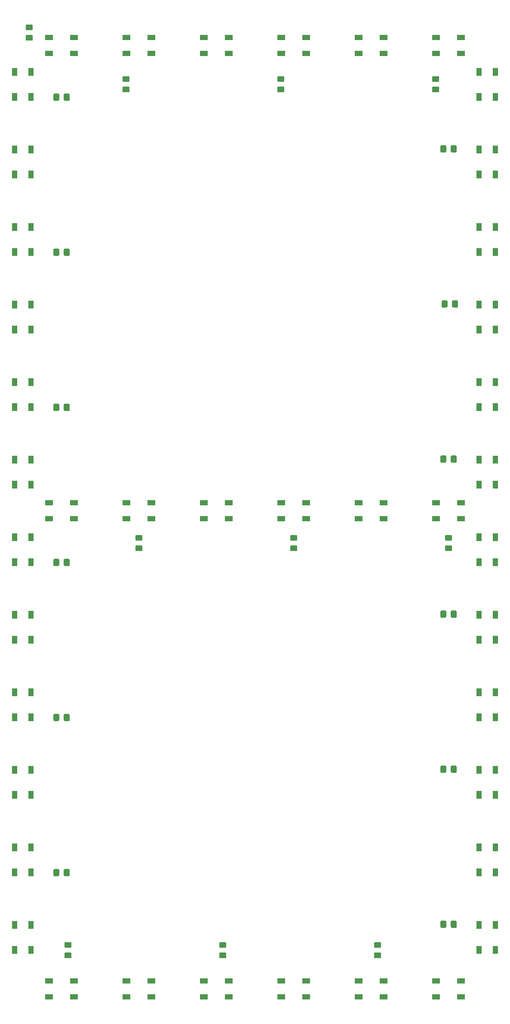
<source format=gbr>
G04 #@! TF.GenerationSoftware,KiCad,Pcbnew,(5.1.5)-3*
G04 #@! TF.CreationDate,2020-10-28T14:02:02+01:00*
G04 #@! TF.ProjectId,7segment,37736567-6d65-46e7-942e-6b696361645f,rev?*
G04 #@! TF.SameCoordinates,Original*
G04 #@! TF.FileFunction,Paste,Top*
G04 #@! TF.FilePolarity,Positive*
%FSLAX46Y46*%
G04 Gerber Fmt 4.6, Leading zero omitted, Abs format (unit mm)*
G04 Created by KiCad (PCBNEW (5.1.5)-3) date 2020-10-28 14:02:02*
%MOMM*%
%LPD*%
G04 APERTURE LIST*
%ADD10C,0.100000*%
%ADD11R,1.500000X1.000000*%
%ADD12R,1.000000X1.500000*%
G04 APERTURE END LIST*
D10*
G36*
X132554505Y-123641204D02*
G01*
X132578773Y-123644804D01*
X132602572Y-123650765D01*
X132625671Y-123659030D01*
X132647850Y-123669520D01*
X132668893Y-123682132D01*
X132688599Y-123696747D01*
X132706777Y-123713223D01*
X132723253Y-123731401D01*
X132737868Y-123751107D01*
X132750480Y-123772150D01*
X132760970Y-123794329D01*
X132769235Y-123817428D01*
X132775196Y-123841227D01*
X132778796Y-123865495D01*
X132780000Y-123889999D01*
X132780000Y-124540001D01*
X132778796Y-124564505D01*
X132775196Y-124588773D01*
X132769235Y-124612572D01*
X132760970Y-124635671D01*
X132750480Y-124657850D01*
X132737868Y-124678893D01*
X132723253Y-124698599D01*
X132706777Y-124716777D01*
X132688599Y-124733253D01*
X132668893Y-124747868D01*
X132647850Y-124760480D01*
X132625671Y-124770970D01*
X132602572Y-124779235D01*
X132578773Y-124785196D01*
X132554505Y-124788796D01*
X132530001Y-124790000D01*
X131629999Y-124790000D01*
X131605495Y-124788796D01*
X131581227Y-124785196D01*
X131557428Y-124779235D01*
X131534329Y-124770970D01*
X131512150Y-124760480D01*
X131491107Y-124747868D01*
X131471401Y-124733253D01*
X131453223Y-124716777D01*
X131436747Y-124698599D01*
X131422132Y-124678893D01*
X131409520Y-124657850D01*
X131399030Y-124635671D01*
X131390765Y-124612572D01*
X131384804Y-124588773D01*
X131381204Y-124564505D01*
X131380000Y-124540001D01*
X131380000Y-123889999D01*
X131381204Y-123865495D01*
X131384804Y-123841227D01*
X131390765Y-123817428D01*
X131399030Y-123794329D01*
X131409520Y-123772150D01*
X131422132Y-123751107D01*
X131436747Y-123731401D01*
X131453223Y-123713223D01*
X131471401Y-123696747D01*
X131491107Y-123682132D01*
X131512150Y-123669520D01*
X131534329Y-123659030D01*
X131557428Y-123650765D01*
X131581227Y-123644804D01*
X131605495Y-123641204D01*
X131629999Y-123640000D01*
X132530001Y-123640000D01*
X132554505Y-123641204D01*
G37*
G36*
X132554505Y-121591204D02*
G01*
X132578773Y-121594804D01*
X132602572Y-121600765D01*
X132625671Y-121609030D01*
X132647850Y-121619520D01*
X132668893Y-121632132D01*
X132688599Y-121646747D01*
X132706777Y-121663223D01*
X132723253Y-121681401D01*
X132737868Y-121701107D01*
X132750480Y-121722150D01*
X132760970Y-121744329D01*
X132769235Y-121767428D01*
X132775196Y-121791227D01*
X132778796Y-121815495D01*
X132780000Y-121839999D01*
X132780000Y-122490001D01*
X132778796Y-122514505D01*
X132775196Y-122538773D01*
X132769235Y-122562572D01*
X132760970Y-122585671D01*
X132750480Y-122607850D01*
X132737868Y-122628893D01*
X132723253Y-122648599D01*
X132706777Y-122666777D01*
X132688599Y-122683253D01*
X132668893Y-122697868D01*
X132647850Y-122710480D01*
X132625671Y-122720970D01*
X132602572Y-122729235D01*
X132578773Y-122735196D01*
X132554505Y-122738796D01*
X132530001Y-122740000D01*
X131629999Y-122740000D01*
X131605495Y-122738796D01*
X131581227Y-122735196D01*
X131557428Y-122729235D01*
X131534329Y-122720970D01*
X131512150Y-122710480D01*
X131491107Y-122697868D01*
X131471401Y-122683253D01*
X131453223Y-122666777D01*
X131436747Y-122648599D01*
X131422132Y-122628893D01*
X131409520Y-122607850D01*
X131399030Y-122585671D01*
X131390765Y-122562572D01*
X131384804Y-122538773D01*
X131381204Y-122514505D01*
X131380000Y-122490001D01*
X131380000Y-121839999D01*
X131381204Y-121815495D01*
X131384804Y-121791227D01*
X131390765Y-121767428D01*
X131399030Y-121744329D01*
X131409520Y-121722150D01*
X131422132Y-121701107D01*
X131436747Y-121681401D01*
X131453223Y-121663223D01*
X131471401Y-121646747D01*
X131491107Y-121632132D01*
X131512150Y-121619520D01*
X131534329Y-121609030D01*
X131557428Y-121600765D01*
X131581227Y-121594804D01*
X131605495Y-121591204D01*
X131629999Y-121590000D01*
X132530001Y-121590000D01*
X132554505Y-121591204D01*
G37*
G36*
X102074505Y-123641204D02*
G01*
X102098773Y-123644804D01*
X102122572Y-123650765D01*
X102145671Y-123659030D01*
X102167850Y-123669520D01*
X102188893Y-123682132D01*
X102208599Y-123696747D01*
X102226777Y-123713223D01*
X102243253Y-123731401D01*
X102257868Y-123751107D01*
X102270480Y-123772150D01*
X102280970Y-123794329D01*
X102289235Y-123817428D01*
X102295196Y-123841227D01*
X102298796Y-123865495D01*
X102300000Y-123889999D01*
X102300000Y-124540001D01*
X102298796Y-124564505D01*
X102295196Y-124588773D01*
X102289235Y-124612572D01*
X102280970Y-124635671D01*
X102270480Y-124657850D01*
X102257868Y-124678893D01*
X102243253Y-124698599D01*
X102226777Y-124716777D01*
X102208599Y-124733253D01*
X102188893Y-124747868D01*
X102167850Y-124760480D01*
X102145671Y-124770970D01*
X102122572Y-124779235D01*
X102098773Y-124785196D01*
X102074505Y-124788796D01*
X102050001Y-124790000D01*
X101149999Y-124790000D01*
X101125495Y-124788796D01*
X101101227Y-124785196D01*
X101077428Y-124779235D01*
X101054329Y-124770970D01*
X101032150Y-124760480D01*
X101011107Y-124747868D01*
X100991401Y-124733253D01*
X100973223Y-124716777D01*
X100956747Y-124698599D01*
X100942132Y-124678893D01*
X100929520Y-124657850D01*
X100919030Y-124635671D01*
X100910765Y-124612572D01*
X100904804Y-124588773D01*
X100901204Y-124564505D01*
X100900000Y-124540001D01*
X100900000Y-123889999D01*
X100901204Y-123865495D01*
X100904804Y-123841227D01*
X100910765Y-123817428D01*
X100919030Y-123794329D01*
X100929520Y-123772150D01*
X100942132Y-123751107D01*
X100956747Y-123731401D01*
X100973223Y-123713223D01*
X100991401Y-123696747D01*
X101011107Y-123682132D01*
X101032150Y-123669520D01*
X101054329Y-123659030D01*
X101077428Y-123650765D01*
X101101227Y-123644804D01*
X101125495Y-123641204D01*
X101149999Y-123640000D01*
X102050001Y-123640000D01*
X102074505Y-123641204D01*
G37*
G36*
X102074505Y-121591204D02*
G01*
X102098773Y-121594804D01*
X102122572Y-121600765D01*
X102145671Y-121609030D01*
X102167850Y-121619520D01*
X102188893Y-121632132D01*
X102208599Y-121646747D01*
X102226777Y-121663223D01*
X102243253Y-121681401D01*
X102257868Y-121701107D01*
X102270480Y-121722150D01*
X102280970Y-121744329D01*
X102289235Y-121767428D01*
X102295196Y-121791227D01*
X102298796Y-121815495D01*
X102300000Y-121839999D01*
X102300000Y-122490001D01*
X102298796Y-122514505D01*
X102295196Y-122538773D01*
X102289235Y-122562572D01*
X102280970Y-122585671D01*
X102270480Y-122607850D01*
X102257868Y-122628893D01*
X102243253Y-122648599D01*
X102226777Y-122666777D01*
X102208599Y-122683253D01*
X102188893Y-122697868D01*
X102167850Y-122710480D01*
X102145671Y-122720970D01*
X102122572Y-122729235D01*
X102098773Y-122735196D01*
X102074505Y-122738796D01*
X102050001Y-122740000D01*
X101149999Y-122740000D01*
X101125495Y-122738796D01*
X101101227Y-122735196D01*
X101077428Y-122729235D01*
X101054329Y-122720970D01*
X101032150Y-122710480D01*
X101011107Y-122697868D01*
X100991401Y-122683253D01*
X100973223Y-122666777D01*
X100956747Y-122648599D01*
X100942132Y-122628893D01*
X100929520Y-122607850D01*
X100919030Y-122585671D01*
X100910765Y-122562572D01*
X100904804Y-122538773D01*
X100901204Y-122514505D01*
X100900000Y-122490001D01*
X100900000Y-121839999D01*
X100901204Y-121815495D01*
X100904804Y-121791227D01*
X100910765Y-121767428D01*
X100919030Y-121744329D01*
X100929520Y-121722150D01*
X100942132Y-121701107D01*
X100956747Y-121681401D01*
X100973223Y-121663223D01*
X100991401Y-121646747D01*
X101011107Y-121632132D01*
X101032150Y-121619520D01*
X101054329Y-121609030D01*
X101077428Y-121600765D01*
X101101227Y-121594804D01*
X101125495Y-121591204D01*
X101149999Y-121590000D01*
X102050001Y-121590000D01*
X102074505Y-121591204D01*
G37*
G36*
X71594505Y-123641204D02*
G01*
X71618773Y-123644804D01*
X71642572Y-123650765D01*
X71665671Y-123659030D01*
X71687850Y-123669520D01*
X71708893Y-123682132D01*
X71728599Y-123696747D01*
X71746777Y-123713223D01*
X71763253Y-123731401D01*
X71777868Y-123751107D01*
X71790480Y-123772150D01*
X71800970Y-123794329D01*
X71809235Y-123817428D01*
X71815196Y-123841227D01*
X71818796Y-123865495D01*
X71820000Y-123889999D01*
X71820000Y-124540001D01*
X71818796Y-124564505D01*
X71815196Y-124588773D01*
X71809235Y-124612572D01*
X71800970Y-124635671D01*
X71790480Y-124657850D01*
X71777868Y-124678893D01*
X71763253Y-124698599D01*
X71746777Y-124716777D01*
X71728599Y-124733253D01*
X71708893Y-124747868D01*
X71687850Y-124760480D01*
X71665671Y-124770970D01*
X71642572Y-124779235D01*
X71618773Y-124785196D01*
X71594505Y-124788796D01*
X71570001Y-124790000D01*
X70669999Y-124790000D01*
X70645495Y-124788796D01*
X70621227Y-124785196D01*
X70597428Y-124779235D01*
X70574329Y-124770970D01*
X70552150Y-124760480D01*
X70531107Y-124747868D01*
X70511401Y-124733253D01*
X70493223Y-124716777D01*
X70476747Y-124698599D01*
X70462132Y-124678893D01*
X70449520Y-124657850D01*
X70439030Y-124635671D01*
X70430765Y-124612572D01*
X70424804Y-124588773D01*
X70421204Y-124564505D01*
X70420000Y-124540001D01*
X70420000Y-123889999D01*
X70421204Y-123865495D01*
X70424804Y-123841227D01*
X70430765Y-123817428D01*
X70439030Y-123794329D01*
X70449520Y-123772150D01*
X70462132Y-123751107D01*
X70476747Y-123731401D01*
X70493223Y-123713223D01*
X70511401Y-123696747D01*
X70531107Y-123682132D01*
X70552150Y-123669520D01*
X70574329Y-123659030D01*
X70597428Y-123650765D01*
X70621227Y-123644804D01*
X70645495Y-123641204D01*
X70669999Y-123640000D01*
X71570001Y-123640000D01*
X71594505Y-123641204D01*
G37*
G36*
X71594505Y-121591204D02*
G01*
X71618773Y-121594804D01*
X71642572Y-121600765D01*
X71665671Y-121609030D01*
X71687850Y-121619520D01*
X71708893Y-121632132D01*
X71728599Y-121646747D01*
X71746777Y-121663223D01*
X71763253Y-121681401D01*
X71777868Y-121701107D01*
X71790480Y-121722150D01*
X71800970Y-121744329D01*
X71809235Y-121767428D01*
X71815196Y-121791227D01*
X71818796Y-121815495D01*
X71820000Y-121839999D01*
X71820000Y-122490001D01*
X71818796Y-122514505D01*
X71815196Y-122538773D01*
X71809235Y-122562572D01*
X71800970Y-122585671D01*
X71790480Y-122607850D01*
X71777868Y-122628893D01*
X71763253Y-122648599D01*
X71746777Y-122666777D01*
X71728599Y-122683253D01*
X71708893Y-122697868D01*
X71687850Y-122710480D01*
X71665671Y-122720970D01*
X71642572Y-122729235D01*
X71618773Y-122735196D01*
X71594505Y-122738796D01*
X71570001Y-122740000D01*
X70669999Y-122740000D01*
X70645495Y-122738796D01*
X70621227Y-122735196D01*
X70597428Y-122729235D01*
X70574329Y-122720970D01*
X70552150Y-122710480D01*
X70531107Y-122697868D01*
X70511401Y-122683253D01*
X70493223Y-122666777D01*
X70476747Y-122648599D01*
X70462132Y-122628893D01*
X70449520Y-122607850D01*
X70439030Y-122585671D01*
X70430765Y-122562572D01*
X70424804Y-122538773D01*
X70421204Y-122514505D01*
X70420000Y-122490001D01*
X70420000Y-121839999D01*
X70421204Y-121815495D01*
X70424804Y-121791227D01*
X70430765Y-121767428D01*
X70439030Y-121744329D01*
X70449520Y-121722150D01*
X70462132Y-121701107D01*
X70476747Y-121681401D01*
X70493223Y-121663223D01*
X70511401Y-121646747D01*
X70531107Y-121632132D01*
X70552150Y-121619520D01*
X70574329Y-121609030D01*
X70597428Y-121600765D01*
X70621227Y-121594804D01*
X70645495Y-121591204D01*
X70669999Y-121590000D01*
X71570001Y-121590000D01*
X71594505Y-121591204D01*
G37*
G36*
X57254505Y-34861204D02*
G01*
X57278773Y-34864804D01*
X57302572Y-34870765D01*
X57325671Y-34879030D01*
X57347850Y-34889520D01*
X57368893Y-34902132D01*
X57388599Y-34916747D01*
X57406777Y-34933223D01*
X57423253Y-34951401D01*
X57437868Y-34971107D01*
X57450480Y-34992150D01*
X57460970Y-35014329D01*
X57469235Y-35037428D01*
X57475196Y-35061227D01*
X57478796Y-35085495D01*
X57480000Y-35109999D01*
X57480000Y-36010001D01*
X57478796Y-36034505D01*
X57475196Y-36058773D01*
X57469235Y-36082572D01*
X57460970Y-36105671D01*
X57450480Y-36127850D01*
X57437868Y-36148893D01*
X57423253Y-36168599D01*
X57406777Y-36186777D01*
X57388599Y-36203253D01*
X57368893Y-36217868D01*
X57347850Y-36230480D01*
X57325671Y-36240970D01*
X57302572Y-36249235D01*
X57278773Y-36255196D01*
X57254505Y-36258796D01*
X57230001Y-36260000D01*
X56579999Y-36260000D01*
X56555495Y-36258796D01*
X56531227Y-36255196D01*
X56507428Y-36249235D01*
X56484329Y-36240970D01*
X56462150Y-36230480D01*
X56441107Y-36217868D01*
X56421401Y-36203253D01*
X56403223Y-36186777D01*
X56386747Y-36168599D01*
X56372132Y-36148893D01*
X56359520Y-36127850D01*
X56349030Y-36105671D01*
X56340765Y-36082572D01*
X56334804Y-36058773D01*
X56331204Y-36034505D01*
X56330000Y-36010001D01*
X56330000Y-35109999D01*
X56331204Y-35085495D01*
X56334804Y-35061227D01*
X56340765Y-35037428D01*
X56349030Y-35014329D01*
X56359520Y-34992150D01*
X56372132Y-34971107D01*
X56386747Y-34951401D01*
X56403223Y-34933223D01*
X56421401Y-34916747D01*
X56441107Y-34902132D01*
X56462150Y-34889520D01*
X56484329Y-34879030D01*
X56507428Y-34870765D01*
X56531227Y-34864804D01*
X56555495Y-34861204D01*
X56579999Y-34860000D01*
X57230001Y-34860000D01*
X57254505Y-34861204D01*
G37*
G36*
X55204505Y-34861204D02*
G01*
X55228773Y-34864804D01*
X55252572Y-34870765D01*
X55275671Y-34879030D01*
X55297850Y-34889520D01*
X55318893Y-34902132D01*
X55338599Y-34916747D01*
X55356777Y-34933223D01*
X55373253Y-34951401D01*
X55387868Y-34971107D01*
X55400480Y-34992150D01*
X55410970Y-35014329D01*
X55419235Y-35037428D01*
X55425196Y-35061227D01*
X55428796Y-35085495D01*
X55430000Y-35109999D01*
X55430000Y-36010001D01*
X55428796Y-36034505D01*
X55425196Y-36058773D01*
X55419235Y-36082572D01*
X55410970Y-36105671D01*
X55400480Y-36127850D01*
X55387868Y-36148893D01*
X55373253Y-36168599D01*
X55356777Y-36186777D01*
X55338599Y-36203253D01*
X55318893Y-36217868D01*
X55297850Y-36230480D01*
X55275671Y-36240970D01*
X55252572Y-36249235D01*
X55228773Y-36255196D01*
X55204505Y-36258796D01*
X55180001Y-36260000D01*
X54529999Y-36260000D01*
X54505495Y-36258796D01*
X54481227Y-36255196D01*
X54457428Y-36249235D01*
X54434329Y-36240970D01*
X54412150Y-36230480D01*
X54391107Y-36217868D01*
X54371401Y-36203253D01*
X54353223Y-36186777D01*
X54336747Y-36168599D01*
X54322132Y-36148893D01*
X54309520Y-36127850D01*
X54299030Y-36105671D01*
X54290765Y-36082572D01*
X54284804Y-36058773D01*
X54281204Y-36034505D01*
X54280000Y-36010001D01*
X54280000Y-35109999D01*
X54281204Y-35085495D01*
X54284804Y-35061227D01*
X54290765Y-35037428D01*
X54299030Y-35014329D01*
X54309520Y-34992150D01*
X54322132Y-34971107D01*
X54336747Y-34951401D01*
X54353223Y-34933223D01*
X54371401Y-34916747D01*
X54391107Y-34902132D01*
X54412150Y-34889520D01*
X54434329Y-34879030D01*
X54457428Y-34870765D01*
X54481227Y-34864804D01*
X54505495Y-34861204D01*
X54529999Y-34860000D01*
X55180001Y-34860000D01*
X55204505Y-34861204D01*
G37*
G36*
X57254505Y-65341204D02*
G01*
X57278773Y-65344804D01*
X57302572Y-65350765D01*
X57325671Y-65359030D01*
X57347850Y-65369520D01*
X57368893Y-65382132D01*
X57388599Y-65396747D01*
X57406777Y-65413223D01*
X57423253Y-65431401D01*
X57437868Y-65451107D01*
X57450480Y-65472150D01*
X57460970Y-65494329D01*
X57469235Y-65517428D01*
X57475196Y-65541227D01*
X57478796Y-65565495D01*
X57480000Y-65589999D01*
X57480000Y-66490001D01*
X57478796Y-66514505D01*
X57475196Y-66538773D01*
X57469235Y-66562572D01*
X57460970Y-66585671D01*
X57450480Y-66607850D01*
X57437868Y-66628893D01*
X57423253Y-66648599D01*
X57406777Y-66666777D01*
X57388599Y-66683253D01*
X57368893Y-66697868D01*
X57347850Y-66710480D01*
X57325671Y-66720970D01*
X57302572Y-66729235D01*
X57278773Y-66735196D01*
X57254505Y-66738796D01*
X57230001Y-66740000D01*
X56579999Y-66740000D01*
X56555495Y-66738796D01*
X56531227Y-66735196D01*
X56507428Y-66729235D01*
X56484329Y-66720970D01*
X56462150Y-66710480D01*
X56441107Y-66697868D01*
X56421401Y-66683253D01*
X56403223Y-66666777D01*
X56386747Y-66648599D01*
X56372132Y-66628893D01*
X56359520Y-66607850D01*
X56349030Y-66585671D01*
X56340765Y-66562572D01*
X56334804Y-66538773D01*
X56331204Y-66514505D01*
X56330000Y-66490001D01*
X56330000Y-65589999D01*
X56331204Y-65565495D01*
X56334804Y-65541227D01*
X56340765Y-65517428D01*
X56349030Y-65494329D01*
X56359520Y-65472150D01*
X56372132Y-65451107D01*
X56386747Y-65431401D01*
X56403223Y-65413223D01*
X56421401Y-65396747D01*
X56441107Y-65382132D01*
X56462150Y-65369520D01*
X56484329Y-65359030D01*
X56507428Y-65350765D01*
X56531227Y-65344804D01*
X56555495Y-65341204D01*
X56579999Y-65340000D01*
X57230001Y-65340000D01*
X57254505Y-65341204D01*
G37*
G36*
X55204505Y-65341204D02*
G01*
X55228773Y-65344804D01*
X55252572Y-65350765D01*
X55275671Y-65359030D01*
X55297850Y-65369520D01*
X55318893Y-65382132D01*
X55338599Y-65396747D01*
X55356777Y-65413223D01*
X55373253Y-65431401D01*
X55387868Y-65451107D01*
X55400480Y-65472150D01*
X55410970Y-65494329D01*
X55419235Y-65517428D01*
X55425196Y-65541227D01*
X55428796Y-65565495D01*
X55430000Y-65589999D01*
X55430000Y-66490001D01*
X55428796Y-66514505D01*
X55425196Y-66538773D01*
X55419235Y-66562572D01*
X55410970Y-66585671D01*
X55400480Y-66607850D01*
X55387868Y-66628893D01*
X55373253Y-66648599D01*
X55356777Y-66666777D01*
X55338599Y-66683253D01*
X55318893Y-66697868D01*
X55297850Y-66710480D01*
X55275671Y-66720970D01*
X55252572Y-66729235D01*
X55228773Y-66735196D01*
X55204505Y-66738796D01*
X55180001Y-66740000D01*
X54529999Y-66740000D01*
X54505495Y-66738796D01*
X54481227Y-66735196D01*
X54457428Y-66729235D01*
X54434329Y-66720970D01*
X54412150Y-66710480D01*
X54391107Y-66697868D01*
X54371401Y-66683253D01*
X54353223Y-66666777D01*
X54336747Y-66648599D01*
X54322132Y-66628893D01*
X54309520Y-66607850D01*
X54299030Y-66585671D01*
X54290765Y-66562572D01*
X54284804Y-66538773D01*
X54281204Y-66514505D01*
X54280000Y-66490001D01*
X54280000Y-65589999D01*
X54281204Y-65565495D01*
X54284804Y-65541227D01*
X54290765Y-65517428D01*
X54299030Y-65494329D01*
X54309520Y-65472150D01*
X54322132Y-65451107D01*
X54336747Y-65431401D01*
X54353223Y-65413223D01*
X54371401Y-65396747D01*
X54391107Y-65382132D01*
X54412150Y-65369520D01*
X54434329Y-65359030D01*
X54457428Y-65350765D01*
X54481227Y-65344804D01*
X54505495Y-65341204D01*
X54529999Y-65340000D01*
X55180001Y-65340000D01*
X55204505Y-65341204D01*
G37*
G36*
X57254505Y-95821204D02*
G01*
X57278773Y-95824804D01*
X57302572Y-95830765D01*
X57325671Y-95839030D01*
X57347850Y-95849520D01*
X57368893Y-95862132D01*
X57388599Y-95876747D01*
X57406777Y-95893223D01*
X57423253Y-95911401D01*
X57437868Y-95931107D01*
X57450480Y-95952150D01*
X57460970Y-95974329D01*
X57469235Y-95997428D01*
X57475196Y-96021227D01*
X57478796Y-96045495D01*
X57480000Y-96069999D01*
X57480000Y-96970001D01*
X57478796Y-96994505D01*
X57475196Y-97018773D01*
X57469235Y-97042572D01*
X57460970Y-97065671D01*
X57450480Y-97087850D01*
X57437868Y-97108893D01*
X57423253Y-97128599D01*
X57406777Y-97146777D01*
X57388599Y-97163253D01*
X57368893Y-97177868D01*
X57347850Y-97190480D01*
X57325671Y-97200970D01*
X57302572Y-97209235D01*
X57278773Y-97215196D01*
X57254505Y-97218796D01*
X57230001Y-97220000D01*
X56579999Y-97220000D01*
X56555495Y-97218796D01*
X56531227Y-97215196D01*
X56507428Y-97209235D01*
X56484329Y-97200970D01*
X56462150Y-97190480D01*
X56441107Y-97177868D01*
X56421401Y-97163253D01*
X56403223Y-97146777D01*
X56386747Y-97128599D01*
X56372132Y-97108893D01*
X56359520Y-97087850D01*
X56349030Y-97065671D01*
X56340765Y-97042572D01*
X56334804Y-97018773D01*
X56331204Y-96994505D01*
X56330000Y-96970001D01*
X56330000Y-96069999D01*
X56331204Y-96045495D01*
X56334804Y-96021227D01*
X56340765Y-95997428D01*
X56349030Y-95974329D01*
X56359520Y-95952150D01*
X56372132Y-95931107D01*
X56386747Y-95911401D01*
X56403223Y-95893223D01*
X56421401Y-95876747D01*
X56441107Y-95862132D01*
X56462150Y-95849520D01*
X56484329Y-95839030D01*
X56507428Y-95830765D01*
X56531227Y-95824804D01*
X56555495Y-95821204D01*
X56579999Y-95820000D01*
X57230001Y-95820000D01*
X57254505Y-95821204D01*
G37*
G36*
X55204505Y-95821204D02*
G01*
X55228773Y-95824804D01*
X55252572Y-95830765D01*
X55275671Y-95839030D01*
X55297850Y-95849520D01*
X55318893Y-95862132D01*
X55338599Y-95876747D01*
X55356777Y-95893223D01*
X55373253Y-95911401D01*
X55387868Y-95931107D01*
X55400480Y-95952150D01*
X55410970Y-95974329D01*
X55419235Y-95997428D01*
X55425196Y-96021227D01*
X55428796Y-96045495D01*
X55430000Y-96069999D01*
X55430000Y-96970001D01*
X55428796Y-96994505D01*
X55425196Y-97018773D01*
X55419235Y-97042572D01*
X55410970Y-97065671D01*
X55400480Y-97087850D01*
X55387868Y-97108893D01*
X55373253Y-97128599D01*
X55356777Y-97146777D01*
X55338599Y-97163253D01*
X55318893Y-97177868D01*
X55297850Y-97190480D01*
X55275671Y-97200970D01*
X55252572Y-97209235D01*
X55228773Y-97215196D01*
X55204505Y-97218796D01*
X55180001Y-97220000D01*
X54529999Y-97220000D01*
X54505495Y-97218796D01*
X54481227Y-97215196D01*
X54457428Y-97209235D01*
X54434329Y-97200970D01*
X54412150Y-97190480D01*
X54391107Y-97177868D01*
X54371401Y-97163253D01*
X54353223Y-97146777D01*
X54336747Y-97128599D01*
X54322132Y-97108893D01*
X54309520Y-97087850D01*
X54299030Y-97065671D01*
X54290765Y-97042572D01*
X54284804Y-97018773D01*
X54281204Y-96994505D01*
X54280000Y-96970001D01*
X54280000Y-96069999D01*
X54281204Y-96045495D01*
X54284804Y-96021227D01*
X54290765Y-95997428D01*
X54299030Y-95974329D01*
X54309520Y-95952150D01*
X54322132Y-95931107D01*
X54336747Y-95911401D01*
X54353223Y-95893223D01*
X54371401Y-95876747D01*
X54391107Y-95862132D01*
X54412150Y-95849520D01*
X54434329Y-95839030D01*
X54457428Y-95830765D01*
X54481227Y-95824804D01*
X54505495Y-95821204D01*
X54529999Y-95820000D01*
X55180001Y-95820000D01*
X55204505Y-95821204D01*
G37*
G36*
X57254505Y-126301204D02*
G01*
X57278773Y-126304804D01*
X57302572Y-126310765D01*
X57325671Y-126319030D01*
X57347850Y-126329520D01*
X57368893Y-126342132D01*
X57388599Y-126356747D01*
X57406777Y-126373223D01*
X57423253Y-126391401D01*
X57437868Y-126411107D01*
X57450480Y-126432150D01*
X57460970Y-126454329D01*
X57469235Y-126477428D01*
X57475196Y-126501227D01*
X57478796Y-126525495D01*
X57480000Y-126549999D01*
X57480000Y-127450001D01*
X57478796Y-127474505D01*
X57475196Y-127498773D01*
X57469235Y-127522572D01*
X57460970Y-127545671D01*
X57450480Y-127567850D01*
X57437868Y-127588893D01*
X57423253Y-127608599D01*
X57406777Y-127626777D01*
X57388599Y-127643253D01*
X57368893Y-127657868D01*
X57347850Y-127670480D01*
X57325671Y-127680970D01*
X57302572Y-127689235D01*
X57278773Y-127695196D01*
X57254505Y-127698796D01*
X57230001Y-127700000D01*
X56579999Y-127700000D01*
X56555495Y-127698796D01*
X56531227Y-127695196D01*
X56507428Y-127689235D01*
X56484329Y-127680970D01*
X56462150Y-127670480D01*
X56441107Y-127657868D01*
X56421401Y-127643253D01*
X56403223Y-127626777D01*
X56386747Y-127608599D01*
X56372132Y-127588893D01*
X56359520Y-127567850D01*
X56349030Y-127545671D01*
X56340765Y-127522572D01*
X56334804Y-127498773D01*
X56331204Y-127474505D01*
X56330000Y-127450001D01*
X56330000Y-126549999D01*
X56331204Y-126525495D01*
X56334804Y-126501227D01*
X56340765Y-126477428D01*
X56349030Y-126454329D01*
X56359520Y-126432150D01*
X56372132Y-126411107D01*
X56386747Y-126391401D01*
X56403223Y-126373223D01*
X56421401Y-126356747D01*
X56441107Y-126342132D01*
X56462150Y-126329520D01*
X56484329Y-126319030D01*
X56507428Y-126310765D01*
X56531227Y-126304804D01*
X56555495Y-126301204D01*
X56579999Y-126300000D01*
X57230001Y-126300000D01*
X57254505Y-126301204D01*
G37*
G36*
X55204505Y-126301204D02*
G01*
X55228773Y-126304804D01*
X55252572Y-126310765D01*
X55275671Y-126319030D01*
X55297850Y-126329520D01*
X55318893Y-126342132D01*
X55338599Y-126356747D01*
X55356777Y-126373223D01*
X55373253Y-126391401D01*
X55387868Y-126411107D01*
X55400480Y-126432150D01*
X55410970Y-126454329D01*
X55419235Y-126477428D01*
X55425196Y-126501227D01*
X55428796Y-126525495D01*
X55430000Y-126549999D01*
X55430000Y-127450001D01*
X55428796Y-127474505D01*
X55425196Y-127498773D01*
X55419235Y-127522572D01*
X55410970Y-127545671D01*
X55400480Y-127567850D01*
X55387868Y-127588893D01*
X55373253Y-127608599D01*
X55356777Y-127626777D01*
X55338599Y-127643253D01*
X55318893Y-127657868D01*
X55297850Y-127670480D01*
X55275671Y-127680970D01*
X55252572Y-127689235D01*
X55228773Y-127695196D01*
X55204505Y-127698796D01*
X55180001Y-127700000D01*
X54529999Y-127700000D01*
X54505495Y-127698796D01*
X54481227Y-127695196D01*
X54457428Y-127689235D01*
X54434329Y-127680970D01*
X54412150Y-127670480D01*
X54391107Y-127657868D01*
X54371401Y-127643253D01*
X54353223Y-127626777D01*
X54336747Y-127608599D01*
X54322132Y-127588893D01*
X54309520Y-127567850D01*
X54299030Y-127545671D01*
X54290765Y-127522572D01*
X54284804Y-127498773D01*
X54281204Y-127474505D01*
X54280000Y-127450001D01*
X54280000Y-126549999D01*
X54281204Y-126525495D01*
X54284804Y-126501227D01*
X54290765Y-126477428D01*
X54299030Y-126454329D01*
X54309520Y-126432150D01*
X54322132Y-126411107D01*
X54336747Y-126391401D01*
X54353223Y-126373223D01*
X54371401Y-126356747D01*
X54391107Y-126342132D01*
X54412150Y-126329520D01*
X54434329Y-126319030D01*
X54457428Y-126310765D01*
X54481227Y-126304804D01*
X54505495Y-126301204D01*
X54529999Y-126300000D01*
X55180001Y-126300000D01*
X55204505Y-126301204D01*
G37*
G36*
X57254505Y-156781204D02*
G01*
X57278773Y-156784804D01*
X57302572Y-156790765D01*
X57325671Y-156799030D01*
X57347850Y-156809520D01*
X57368893Y-156822132D01*
X57388599Y-156836747D01*
X57406777Y-156853223D01*
X57423253Y-156871401D01*
X57437868Y-156891107D01*
X57450480Y-156912150D01*
X57460970Y-156934329D01*
X57469235Y-156957428D01*
X57475196Y-156981227D01*
X57478796Y-157005495D01*
X57480000Y-157029999D01*
X57480000Y-157930001D01*
X57478796Y-157954505D01*
X57475196Y-157978773D01*
X57469235Y-158002572D01*
X57460970Y-158025671D01*
X57450480Y-158047850D01*
X57437868Y-158068893D01*
X57423253Y-158088599D01*
X57406777Y-158106777D01*
X57388599Y-158123253D01*
X57368893Y-158137868D01*
X57347850Y-158150480D01*
X57325671Y-158160970D01*
X57302572Y-158169235D01*
X57278773Y-158175196D01*
X57254505Y-158178796D01*
X57230001Y-158180000D01*
X56579999Y-158180000D01*
X56555495Y-158178796D01*
X56531227Y-158175196D01*
X56507428Y-158169235D01*
X56484329Y-158160970D01*
X56462150Y-158150480D01*
X56441107Y-158137868D01*
X56421401Y-158123253D01*
X56403223Y-158106777D01*
X56386747Y-158088599D01*
X56372132Y-158068893D01*
X56359520Y-158047850D01*
X56349030Y-158025671D01*
X56340765Y-158002572D01*
X56334804Y-157978773D01*
X56331204Y-157954505D01*
X56330000Y-157930001D01*
X56330000Y-157029999D01*
X56331204Y-157005495D01*
X56334804Y-156981227D01*
X56340765Y-156957428D01*
X56349030Y-156934329D01*
X56359520Y-156912150D01*
X56372132Y-156891107D01*
X56386747Y-156871401D01*
X56403223Y-156853223D01*
X56421401Y-156836747D01*
X56441107Y-156822132D01*
X56462150Y-156809520D01*
X56484329Y-156799030D01*
X56507428Y-156790765D01*
X56531227Y-156784804D01*
X56555495Y-156781204D01*
X56579999Y-156780000D01*
X57230001Y-156780000D01*
X57254505Y-156781204D01*
G37*
G36*
X55204505Y-156781204D02*
G01*
X55228773Y-156784804D01*
X55252572Y-156790765D01*
X55275671Y-156799030D01*
X55297850Y-156809520D01*
X55318893Y-156822132D01*
X55338599Y-156836747D01*
X55356777Y-156853223D01*
X55373253Y-156871401D01*
X55387868Y-156891107D01*
X55400480Y-156912150D01*
X55410970Y-156934329D01*
X55419235Y-156957428D01*
X55425196Y-156981227D01*
X55428796Y-157005495D01*
X55430000Y-157029999D01*
X55430000Y-157930001D01*
X55428796Y-157954505D01*
X55425196Y-157978773D01*
X55419235Y-158002572D01*
X55410970Y-158025671D01*
X55400480Y-158047850D01*
X55387868Y-158068893D01*
X55373253Y-158088599D01*
X55356777Y-158106777D01*
X55338599Y-158123253D01*
X55318893Y-158137868D01*
X55297850Y-158150480D01*
X55275671Y-158160970D01*
X55252572Y-158169235D01*
X55228773Y-158175196D01*
X55204505Y-158178796D01*
X55180001Y-158180000D01*
X54529999Y-158180000D01*
X54505495Y-158178796D01*
X54481227Y-158175196D01*
X54457428Y-158169235D01*
X54434329Y-158160970D01*
X54412150Y-158150480D01*
X54391107Y-158137868D01*
X54371401Y-158123253D01*
X54353223Y-158106777D01*
X54336747Y-158088599D01*
X54322132Y-158068893D01*
X54309520Y-158047850D01*
X54299030Y-158025671D01*
X54290765Y-158002572D01*
X54284804Y-157978773D01*
X54281204Y-157954505D01*
X54280000Y-157930001D01*
X54280000Y-157029999D01*
X54281204Y-157005495D01*
X54284804Y-156981227D01*
X54290765Y-156957428D01*
X54299030Y-156934329D01*
X54309520Y-156912150D01*
X54322132Y-156891107D01*
X54336747Y-156871401D01*
X54353223Y-156853223D01*
X54371401Y-156836747D01*
X54391107Y-156822132D01*
X54412150Y-156809520D01*
X54434329Y-156799030D01*
X54457428Y-156790765D01*
X54481227Y-156784804D01*
X54505495Y-156781204D01*
X54529999Y-156780000D01*
X55180001Y-156780000D01*
X55204505Y-156781204D01*
G37*
G36*
X57254505Y-187261204D02*
G01*
X57278773Y-187264804D01*
X57302572Y-187270765D01*
X57325671Y-187279030D01*
X57347850Y-187289520D01*
X57368893Y-187302132D01*
X57388599Y-187316747D01*
X57406777Y-187333223D01*
X57423253Y-187351401D01*
X57437868Y-187371107D01*
X57450480Y-187392150D01*
X57460970Y-187414329D01*
X57469235Y-187437428D01*
X57475196Y-187461227D01*
X57478796Y-187485495D01*
X57480000Y-187509999D01*
X57480000Y-188410001D01*
X57478796Y-188434505D01*
X57475196Y-188458773D01*
X57469235Y-188482572D01*
X57460970Y-188505671D01*
X57450480Y-188527850D01*
X57437868Y-188548893D01*
X57423253Y-188568599D01*
X57406777Y-188586777D01*
X57388599Y-188603253D01*
X57368893Y-188617868D01*
X57347850Y-188630480D01*
X57325671Y-188640970D01*
X57302572Y-188649235D01*
X57278773Y-188655196D01*
X57254505Y-188658796D01*
X57230001Y-188660000D01*
X56579999Y-188660000D01*
X56555495Y-188658796D01*
X56531227Y-188655196D01*
X56507428Y-188649235D01*
X56484329Y-188640970D01*
X56462150Y-188630480D01*
X56441107Y-188617868D01*
X56421401Y-188603253D01*
X56403223Y-188586777D01*
X56386747Y-188568599D01*
X56372132Y-188548893D01*
X56359520Y-188527850D01*
X56349030Y-188505671D01*
X56340765Y-188482572D01*
X56334804Y-188458773D01*
X56331204Y-188434505D01*
X56330000Y-188410001D01*
X56330000Y-187509999D01*
X56331204Y-187485495D01*
X56334804Y-187461227D01*
X56340765Y-187437428D01*
X56349030Y-187414329D01*
X56359520Y-187392150D01*
X56372132Y-187371107D01*
X56386747Y-187351401D01*
X56403223Y-187333223D01*
X56421401Y-187316747D01*
X56441107Y-187302132D01*
X56462150Y-187289520D01*
X56484329Y-187279030D01*
X56507428Y-187270765D01*
X56531227Y-187264804D01*
X56555495Y-187261204D01*
X56579999Y-187260000D01*
X57230001Y-187260000D01*
X57254505Y-187261204D01*
G37*
G36*
X55204505Y-187261204D02*
G01*
X55228773Y-187264804D01*
X55252572Y-187270765D01*
X55275671Y-187279030D01*
X55297850Y-187289520D01*
X55318893Y-187302132D01*
X55338599Y-187316747D01*
X55356777Y-187333223D01*
X55373253Y-187351401D01*
X55387868Y-187371107D01*
X55400480Y-187392150D01*
X55410970Y-187414329D01*
X55419235Y-187437428D01*
X55425196Y-187461227D01*
X55428796Y-187485495D01*
X55430000Y-187509999D01*
X55430000Y-188410001D01*
X55428796Y-188434505D01*
X55425196Y-188458773D01*
X55419235Y-188482572D01*
X55410970Y-188505671D01*
X55400480Y-188527850D01*
X55387868Y-188548893D01*
X55373253Y-188568599D01*
X55356777Y-188586777D01*
X55338599Y-188603253D01*
X55318893Y-188617868D01*
X55297850Y-188630480D01*
X55275671Y-188640970D01*
X55252572Y-188649235D01*
X55228773Y-188655196D01*
X55204505Y-188658796D01*
X55180001Y-188660000D01*
X54529999Y-188660000D01*
X54505495Y-188658796D01*
X54481227Y-188655196D01*
X54457428Y-188649235D01*
X54434329Y-188640970D01*
X54412150Y-188630480D01*
X54391107Y-188617868D01*
X54371401Y-188603253D01*
X54353223Y-188586777D01*
X54336747Y-188568599D01*
X54322132Y-188548893D01*
X54309520Y-188527850D01*
X54299030Y-188505671D01*
X54290765Y-188482572D01*
X54284804Y-188458773D01*
X54281204Y-188434505D01*
X54280000Y-188410001D01*
X54280000Y-187509999D01*
X54281204Y-187485495D01*
X54284804Y-187461227D01*
X54290765Y-187437428D01*
X54299030Y-187414329D01*
X54309520Y-187392150D01*
X54322132Y-187371107D01*
X54336747Y-187351401D01*
X54353223Y-187333223D01*
X54371401Y-187316747D01*
X54391107Y-187302132D01*
X54412150Y-187289520D01*
X54434329Y-187279030D01*
X54457428Y-187270765D01*
X54481227Y-187264804D01*
X54505495Y-187261204D01*
X54529999Y-187260000D01*
X55180001Y-187260000D01*
X55204505Y-187261204D01*
G37*
G36*
X57624505Y-201601204D02*
G01*
X57648773Y-201604804D01*
X57672572Y-201610765D01*
X57695671Y-201619030D01*
X57717850Y-201629520D01*
X57738893Y-201642132D01*
X57758599Y-201656747D01*
X57776777Y-201673223D01*
X57793253Y-201691401D01*
X57807868Y-201711107D01*
X57820480Y-201732150D01*
X57830970Y-201754329D01*
X57839235Y-201777428D01*
X57845196Y-201801227D01*
X57848796Y-201825495D01*
X57850000Y-201849999D01*
X57850000Y-202500001D01*
X57848796Y-202524505D01*
X57845196Y-202548773D01*
X57839235Y-202572572D01*
X57830970Y-202595671D01*
X57820480Y-202617850D01*
X57807868Y-202638893D01*
X57793253Y-202658599D01*
X57776777Y-202676777D01*
X57758599Y-202693253D01*
X57738893Y-202707868D01*
X57717850Y-202720480D01*
X57695671Y-202730970D01*
X57672572Y-202739235D01*
X57648773Y-202745196D01*
X57624505Y-202748796D01*
X57600001Y-202750000D01*
X56699999Y-202750000D01*
X56675495Y-202748796D01*
X56651227Y-202745196D01*
X56627428Y-202739235D01*
X56604329Y-202730970D01*
X56582150Y-202720480D01*
X56561107Y-202707868D01*
X56541401Y-202693253D01*
X56523223Y-202676777D01*
X56506747Y-202658599D01*
X56492132Y-202638893D01*
X56479520Y-202617850D01*
X56469030Y-202595671D01*
X56460765Y-202572572D01*
X56454804Y-202548773D01*
X56451204Y-202524505D01*
X56450000Y-202500001D01*
X56450000Y-201849999D01*
X56451204Y-201825495D01*
X56454804Y-201801227D01*
X56460765Y-201777428D01*
X56469030Y-201754329D01*
X56479520Y-201732150D01*
X56492132Y-201711107D01*
X56506747Y-201691401D01*
X56523223Y-201673223D01*
X56541401Y-201656747D01*
X56561107Y-201642132D01*
X56582150Y-201629520D01*
X56604329Y-201619030D01*
X56627428Y-201610765D01*
X56651227Y-201604804D01*
X56675495Y-201601204D01*
X56699999Y-201600000D01*
X57600001Y-201600000D01*
X57624505Y-201601204D01*
G37*
G36*
X57624505Y-203651204D02*
G01*
X57648773Y-203654804D01*
X57672572Y-203660765D01*
X57695671Y-203669030D01*
X57717850Y-203679520D01*
X57738893Y-203692132D01*
X57758599Y-203706747D01*
X57776777Y-203723223D01*
X57793253Y-203741401D01*
X57807868Y-203761107D01*
X57820480Y-203782150D01*
X57830970Y-203804329D01*
X57839235Y-203827428D01*
X57845196Y-203851227D01*
X57848796Y-203875495D01*
X57850000Y-203899999D01*
X57850000Y-204550001D01*
X57848796Y-204574505D01*
X57845196Y-204598773D01*
X57839235Y-204622572D01*
X57830970Y-204645671D01*
X57820480Y-204667850D01*
X57807868Y-204688893D01*
X57793253Y-204708599D01*
X57776777Y-204726777D01*
X57758599Y-204743253D01*
X57738893Y-204757868D01*
X57717850Y-204770480D01*
X57695671Y-204780970D01*
X57672572Y-204789235D01*
X57648773Y-204795196D01*
X57624505Y-204798796D01*
X57600001Y-204800000D01*
X56699999Y-204800000D01*
X56675495Y-204798796D01*
X56651227Y-204795196D01*
X56627428Y-204789235D01*
X56604329Y-204780970D01*
X56582150Y-204770480D01*
X56561107Y-204757868D01*
X56541401Y-204743253D01*
X56523223Y-204726777D01*
X56506747Y-204708599D01*
X56492132Y-204688893D01*
X56479520Y-204667850D01*
X56469030Y-204645671D01*
X56460765Y-204622572D01*
X56454804Y-204598773D01*
X56451204Y-204574505D01*
X56450000Y-204550001D01*
X56450000Y-203899999D01*
X56451204Y-203875495D01*
X56454804Y-203851227D01*
X56460765Y-203827428D01*
X56469030Y-203804329D01*
X56479520Y-203782150D01*
X56492132Y-203761107D01*
X56506747Y-203741401D01*
X56523223Y-203723223D01*
X56541401Y-203706747D01*
X56561107Y-203692132D01*
X56582150Y-203679520D01*
X56604329Y-203669030D01*
X56627428Y-203660765D01*
X56651227Y-203654804D01*
X56675495Y-203651204D01*
X56699999Y-203650000D01*
X57600001Y-203650000D01*
X57624505Y-203651204D01*
G37*
G36*
X88104505Y-201601204D02*
G01*
X88128773Y-201604804D01*
X88152572Y-201610765D01*
X88175671Y-201619030D01*
X88197850Y-201629520D01*
X88218893Y-201642132D01*
X88238599Y-201656747D01*
X88256777Y-201673223D01*
X88273253Y-201691401D01*
X88287868Y-201711107D01*
X88300480Y-201732150D01*
X88310970Y-201754329D01*
X88319235Y-201777428D01*
X88325196Y-201801227D01*
X88328796Y-201825495D01*
X88330000Y-201849999D01*
X88330000Y-202500001D01*
X88328796Y-202524505D01*
X88325196Y-202548773D01*
X88319235Y-202572572D01*
X88310970Y-202595671D01*
X88300480Y-202617850D01*
X88287868Y-202638893D01*
X88273253Y-202658599D01*
X88256777Y-202676777D01*
X88238599Y-202693253D01*
X88218893Y-202707868D01*
X88197850Y-202720480D01*
X88175671Y-202730970D01*
X88152572Y-202739235D01*
X88128773Y-202745196D01*
X88104505Y-202748796D01*
X88080001Y-202750000D01*
X87179999Y-202750000D01*
X87155495Y-202748796D01*
X87131227Y-202745196D01*
X87107428Y-202739235D01*
X87084329Y-202730970D01*
X87062150Y-202720480D01*
X87041107Y-202707868D01*
X87021401Y-202693253D01*
X87003223Y-202676777D01*
X86986747Y-202658599D01*
X86972132Y-202638893D01*
X86959520Y-202617850D01*
X86949030Y-202595671D01*
X86940765Y-202572572D01*
X86934804Y-202548773D01*
X86931204Y-202524505D01*
X86930000Y-202500001D01*
X86930000Y-201849999D01*
X86931204Y-201825495D01*
X86934804Y-201801227D01*
X86940765Y-201777428D01*
X86949030Y-201754329D01*
X86959520Y-201732150D01*
X86972132Y-201711107D01*
X86986747Y-201691401D01*
X87003223Y-201673223D01*
X87021401Y-201656747D01*
X87041107Y-201642132D01*
X87062150Y-201629520D01*
X87084329Y-201619030D01*
X87107428Y-201610765D01*
X87131227Y-201604804D01*
X87155495Y-201601204D01*
X87179999Y-201600000D01*
X88080001Y-201600000D01*
X88104505Y-201601204D01*
G37*
G36*
X88104505Y-203651204D02*
G01*
X88128773Y-203654804D01*
X88152572Y-203660765D01*
X88175671Y-203669030D01*
X88197850Y-203679520D01*
X88218893Y-203692132D01*
X88238599Y-203706747D01*
X88256777Y-203723223D01*
X88273253Y-203741401D01*
X88287868Y-203761107D01*
X88300480Y-203782150D01*
X88310970Y-203804329D01*
X88319235Y-203827428D01*
X88325196Y-203851227D01*
X88328796Y-203875495D01*
X88330000Y-203899999D01*
X88330000Y-204550001D01*
X88328796Y-204574505D01*
X88325196Y-204598773D01*
X88319235Y-204622572D01*
X88310970Y-204645671D01*
X88300480Y-204667850D01*
X88287868Y-204688893D01*
X88273253Y-204708599D01*
X88256777Y-204726777D01*
X88238599Y-204743253D01*
X88218893Y-204757868D01*
X88197850Y-204770480D01*
X88175671Y-204780970D01*
X88152572Y-204789235D01*
X88128773Y-204795196D01*
X88104505Y-204798796D01*
X88080001Y-204800000D01*
X87179999Y-204800000D01*
X87155495Y-204798796D01*
X87131227Y-204795196D01*
X87107428Y-204789235D01*
X87084329Y-204780970D01*
X87062150Y-204770480D01*
X87041107Y-204757868D01*
X87021401Y-204743253D01*
X87003223Y-204726777D01*
X86986747Y-204708599D01*
X86972132Y-204688893D01*
X86959520Y-204667850D01*
X86949030Y-204645671D01*
X86940765Y-204622572D01*
X86934804Y-204598773D01*
X86931204Y-204574505D01*
X86930000Y-204550001D01*
X86930000Y-203899999D01*
X86931204Y-203875495D01*
X86934804Y-203851227D01*
X86940765Y-203827428D01*
X86949030Y-203804329D01*
X86959520Y-203782150D01*
X86972132Y-203761107D01*
X86986747Y-203741401D01*
X87003223Y-203723223D01*
X87021401Y-203706747D01*
X87041107Y-203692132D01*
X87062150Y-203679520D01*
X87084329Y-203669030D01*
X87107428Y-203660765D01*
X87131227Y-203654804D01*
X87155495Y-203651204D01*
X87179999Y-203650000D01*
X88080001Y-203650000D01*
X88104505Y-203651204D01*
G37*
G36*
X118584505Y-201601204D02*
G01*
X118608773Y-201604804D01*
X118632572Y-201610765D01*
X118655671Y-201619030D01*
X118677850Y-201629520D01*
X118698893Y-201642132D01*
X118718599Y-201656747D01*
X118736777Y-201673223D01*
X118753253Y-201691401D01*
X118767868Y-201711107D01*
X118780480Y-201732150D01*
X118790970Y-201754329D01*
X118799235Y-201777428D01*
X118805196Y-201801227D01*
X118808796Y-201825495D01*
X118810000Y-201849999D01*
X118810000Y-202500001D01*
X118808796Y-202524505D01*
X118805196Y-202548773D01*
X118799235Y-202572572D01*
X118790970Y-202595671D01*
X118780480Y-202617850D01*
X118767868Y-202638893D01*
X118753253Y-202658599D01*
X118736777Y-202676777D01*
X118718599Y-202693253D01*
X118698893Y-202707868D01*
X118677850Y-202720480D01*
X118655671Y-202730970D01*
X118632572Y-202739235D01*
X118608773Y-202745196D01*
X118584505Y-202748796D01*
X118560001Y-202750000D01*
X117659999Y-202750000D01*
X117635495Y-202748796D01*
X117611227Y-202745196D01*
X117587428Y-202739235D01*
X117564329Y-202730970D01*
X117542150Y-202720480D01*
X117521107Y-202707868D01*
X117501401Y-202693253D01*
X117483223Y-202676777D01*
X117466747Y-202658599D01*
X117452132Y-202638893D01*
X117439520Y-202617850D01*
X117429030Y-202595671D01*
X117420765Y-202572572D01*
X117414804Y-202548773D01*
X117411204Y-202524505D01*
X117410000Y-202500001D01*
X117410000Y-201849999D01*
X117411204Y-201825495D01*
X117414804Y-201801227D01*
X117420765Y-201777428D01*
X117429030Y-201754329D01*
X117439520Y-201732150D01*
X117452132Y-201711107D01*
X117466747Y-201691401D01*
X117483223Y-201673223D01*
X117501401Y-201656747D01*
X117521107Y-201642132D01*
X117542150Y-201629520D01*
X117564329Y-201619030D01*
X117587428Y-201610765D01*
X117611227Y-201604804D01*
X117635495Y-201601204D01*
X117659999Y-201600000D01*
X118560001Y-201600000D01*
X118584505Y-201601204D01*
G37*
G36*
X118584505Y-203651204D02*
G01*
X118608773Y-203654804D01*
X118632572Y-203660765D01*
X118655671Y-203669030D01*
X118677850Y-203679520D01*
X118698893Y-203692132D01*
X118718599Y-203706747D01*
X118736777Y-203723223D01*
X118753253Y-203741401D01*
X118767868Y-203761107D01*
X118780480Y-203782150D01*
X118790970Y-203804329D01*
X118799235Y-203827428D01*
X118805196Y-203851227D01*
X118808796Y-203875495D01*
X118810000Y-203899999D01*
X118810000Y-204550001D01*
X118808796Y-204574505D01*
X118805196Y-204598773D01*
X118799235Y-204622572D01*
X118790970Y-204645671D01*
X118780480Y-204667850D01*
X118767868Y-204688893D01*
X118753253Y-204708599D01*
X118736777Y-204726777D01*
X118718599Y-204743253D01*
X118698893Y-204757868D01*
X118677850Y-204770480D01*
X118655671Y-204780970D01*
X118632572Y-204789235D01*
X118608773Y-204795196D01*
X118584505Y-204798796D01*
X118560001Y-204800000D01*
X117659999Y-204800000D01*
X117635495Y-204798796D01*
X117611227Y-204795196D01*
X117587428Y-204789235D01*
X117564329Y-204780970D01*
X117542150Y-204770480D01*
X117521107Y-204757868D01*
X117501401Y-204743253D01*
X117483223Y-204726777D01*
X117466747Y-204708599D01*
X117452132Y-204688893D01*
X117439520Y-204667850D01*
X117429030Y-204645671D01*
X117420765Y-204622572D01*
X117414804Y-204598773D01*
X117411204Y-204574505D01*
X117410000Y-204550001D01*
X117410000Y-203899999D01*
X117411204Y-203875495D01*
X117414804Y-203851227D01*
X117420765Y-203827428D01*
X117429030Y-203804329D01*
X117439520Y-203782150D01*
X117452132Y-203761107D01*
X117466747Y-203741401D01*
X117483223Y-203723223D01*
X117501401Y-203706747D01*
X117521107Y-203692132D01*
X117542150Y-203679520D01*
X117564329Y-203669030D01*
X117587428Y-203660765D01*
X117611227Y-203654804D01*
X117635495Y-203651204D01*
X117659999Y-203650000D01*
X118560001Y-203650000D01*
X118584505Y-203651204D01*
G37*
G36*
X131404505Y-197421204D02*
G01*
X131428773Y-197424804D01*
X131452572Y-197430765D01*
X131475671Y-197439030D01*
X131497850Y-197449520D01*
X131518893Y-197462132D01*
X131538599Y-197476747D01*
X131556777Y-197493223D01*
X131573253Y-197511401D01*
X131587868Y-197531107D01*
X131600480Y-197552150D01*
X131610970Y-197574329D01*
X131619235Y-197597428D01*
X131625196Y-197621227D01*
X131628796Y-197645495D01*
X131630000Y-197669999D01*
X131630000Y-198570001D01*
X131628796Y-198594505D01*
X131625196Y-198618773D01*
X131619235Y-198642572D01*
X131610970Y-198665671D01*
X131600480Y-198687850D01*
X131587868Y-198708893D01*
X131573253Y-198728599D01*
X131556777Y-198746777D01*
X131538599Y-198763253D01*
X131518893Y-198777868D01*
X131497850Y-198790480D01*
X131475671Y-198800970D01*
X131452572Y-198809235D01*
X131428773Y-198815196D01*
X131404505Y-198818796D01*
X131380001Y-198820000D01*
X130729999Y-198820000D01*
X130705495Y-198818796D01*
X130681227Y-198815196D01*
X130657428Y-198809235D01*
X130634329Y-198800970D01*
X130612150Y-198790480D01*
X130591107Y-198777868D01*
X130571401Y-198763253D01*
X130553223Y-198746777D01*
X130536747Y-198728599D01*
X130522132Y-198708893D01*
X130509520Y-198687850D01*
X130499030Y-198665671D01*
X130490765Y-198642572D01*
X130484804Y-198618773D01*
X130481204Y-198594505D01*
X130480000Y-198570001D01*
X130480000Y-197669999D01*
X130481204Y-197645495D01*
X130484804Y-197621227D01*
X130490765Y-197597428D01*
X130499030Y-197574329D01*
X130509520Y-197552150D01*
X130522132Y-197531107D01*
X130536747Y-197511401D01*
X130553223Y-197493223D01*
X130571401Y-197476747D01*
X130591107Y-197462132D01*
X130612150Y-197449520D01*
X130634329Y-197439030D01*
X130657428Y-197430765D01*
X130681227Y-197424804D01*
X130705495Y-197421204D01*
X130729999Y-197420000D01*
X131380001Y-197420000D01*
X131404505Y-197421204D01*
G37*
G36*
X133454505Y-197421204D02*
G01*
X133478773Y-197424804D01*
X133502572Y-197430765D01*
X133525671Y-197439030D01*
X133547850Y-197449520D01*
X133568893Y-197462132D01*
X133588599Y-197476747D01*
X133606777Y-197493223D01*
X133623253Y-197511401D01*
X133637868Y-197531107D01*
X133650480Y-197552150D01*
X133660970Y-197574329D01*
X133669235Y-197597428D01*
X133675196Y-197621227D01*
X133678796Y-197645495D01*
X133680000Y-197669999D01*
X133680000Y-198570001D01*
X133678796Y-198594505D01*
X133675196Y-198618773D01*
X133669235Y-198642572D01*
X133660970Y-198665671D01*
X133650480Y-198687850D01*
X133637868Y-198708893D01*
X133623253Y-198728599D01*
X133606777Y-198746777D01*
X133588599Y-198763253D01*
X133568893Y-198777868D01*
X133547850Y-198790480D01*
X133525671Y-198800970D01*
X133502572Y-198809235D01*
X133478773Y-198815196D01*
X133454505Y-198818796D01*
X133430001Y-198820000D01*
X132779999Y-198820000D01*
X132755495Y-198818796D01*
X132731227Y-198815196D01*
X132707428Y-198809235D01*
X132684329Y-198800970D01*
X132662150Y-198790480D01*
X132641107Y-198777868D01*
X132621401Y-198763253D01*
X132603223Y-198746777D01*
X132586747Y-198728599D01*
X132572132Y-198708893D01*
X132559520Y-198687850D01*
X132549030Y-198665671D01*
X132540765Y-198642572D01*
X132534804Y-198618773D01*
X132531204Y-198594505D01*
X132530000Y-198570001D01*
X132530000Y-197669999D01*
X132531204Y-197645495D01*
X132534804Y-197621227D01*
X132540765Y-197597428D01*
X132549030Y-197574329D01*
X132559520Y-197552150D01*
X132572132Y-197531107D01*
X132586747Y-197511401D01*
X132603223Y-197493223D01*
X132621401Y-197476747D01*
X132641107Y-197462132D01*
X132662150Y-197449520D01*
X132684329Y-197439030D01*
X132707428Y-197430765D01*
X132731227Y-197424804D01*
X132755495Y-197421204D01*
X132779999Y-197420000D01*
X133430001Y-197420000D01*
X133454505Y-197421204D01*
G37*
G36*
X131404505Y-166941204D02*
G01*
X131428773Y-166944804D01*
X131452572Y-166950765D01*
X131475671Y-166959030D01*
X131497850Y-166969520D01*
X131518893Y-166982132D01*
X131538599Y-166996747D01*
X131556777Y-167013223D01*
X131573253Y-167031401D01*
X131587868Y-167051107D01*
X131600480Y-167072150D01*
X131610970Y-167094329D01*
X131619235Y-167117428D01*
X131625196Y-167141227D01*
X131628796Y-167165495D01*
X131630000Y-167189999D01*
X131630000Y-168090001D01*
X131628796Y-168114505D01*
X131625196Y-168138773D01*
X131619235Y-168162572D01*
X131610970Y-168185671D01*
X131600480Y-168207850D01*
X131587868Y-168228893D01*
X131573253Y-168248599D01*
X131556777Y-168266777D01*
X131538599Y-168283253D01*
X131518893Y-168297868D01*
X131497850Y-168310480D01*
X131475671Y-168320970D01*
X131452572Y-168329235D01*
X131428773Y-168335196D01*
X131404505Y-168338796D01*
X131380001Y-168340000D01*
X130729999Y-168340000D01*
X130705495Y-168338796D01*
X130681227Y-168335196D01*
X130657428Y-168329235D01*
X130634329Y-168320970D01*
X130612150Y-168310480D01*
X130591107Y-168297868D01*
X130571401Y-168283253D01*
X130553223Y-168266777D01*
X130536747Y-168248599D01*
X130522132Y-168228893D01*
X130509520Y-168207850D01*
X130499030Y-168185671D01*
X130490765Y-168162572D01*
X130484804Y-168138773D01*
X130481204Y-168114505D01*
X130480000Y-168090001D01*
X130480000Y-167189999D01*
X130481204Y-167165495D01*
X130484804Y-167141227D01*
X130490765Y-167117428D01*
X130499030Y-167094329D01*
X130509520Y-167072150D01*
X130522132Y-167051107D01*
X130536747Y-167031401D01*
X130553223Y-167013223D01*
X130571401Y-166996747D01*
X130591107Y-166982132D01*
X130612150Y-166969520D01*
X130634329Y-166959030D01*
X130657428Y-166950765D01*
X130681227Y-166944804D01*
X130705495Y-166941204D01*
X130729999Y-166940000D01*
X131380001Y-166940000D01*
X131404505Y-166941204D01*
G37*
G36*
X133454505Y-166941204D02*
G01*
X133478773Y-166944804D01*
X133502572Y-166950765D01*
X133525671Y-166959030D01*
X133547850Y-166969520D01*
X133568893Y-166982132D01*
X133588599Y-166996747D01*
X133606777Y-167013223D01*
X133623253Y-167031401D01*
X133637868Y-167051107D01*
X133650480Y-167072150D01*
X133660970Y-167094329D01*
X133669235Y-167117428D01*
X133675196Y-167141227D01*
X133678796Y-167165495D01*
X133680000Y-167189999D01*
X133680000Y-168090001D01*
X133678796Y-168114505D01*
X133675196Y-168138773D01*
X133669235Y-168162572D01*
X133660970Y-168185671D01*
X133650480Y-168207850D01*
X133637868Y-168228893D01*
X133623253Y-168248599D01*
X133606777Y-168266777D01*
X133588599Y-168283253D01*
X133568893Y-168297868D01*
X133547850Y-168310480D01*
X133525671Y-168320970D01*
X133502572Y-168329235D01*
X133478773Y-168335196D01*
X133454505Y-168338796D01*
X133430001Y-168340000D01*
X132779999Y-168340000D01*
X132755495Y-168338796D01*
X132731227Y-168335196D01*
X132707428Y-168329235D01*
X132684329Y-168320970D01*
X132662150Y-168310480D01*
X132641107Y-168297868D01*
X132621401Y-168283253D01*
X132603223Y-168266777D01*
X132586747Y-168248599D01*
X132572132Y-168228893D01*
X132559520Y-168207850D01*
X132549030Y-168185671D01*
X132540765Y-168162572D01*
X132534804Y-168138773D01*
X132531204Y-168114505D01*
X132530000Y-168090001D01*
X132530000Y-167189999D01*
X132531204Y-167165495D01*
X132534804Y-167141227D01*
X132540765Y-167117428D01*
X132549030Y-167094329D01*
X132559520Y-167072150D01*
X132572132Y-167051107D01*
X132586747Y-167031401D01*
X132603223Y-167013223D01*
X132621401Y-166996747D01*
X132641107Y-166982132D01*
X132662150Y-166969520D01*
X132684329Y-166959030D01*
X132707428Y-166950765D01*
X132731227Y-166944804D01*
X132755495Y-166941204D01*
X132779999Y-166940000D01*
X133430001Y-166940000D01*
X133454505Y-166941204D01*
G37*
G36*
X131404505Y-136461204D02*
G01*
X131428773Y-136464804D01*
X131452572Y-136470765D01*
X131475671Y-136479030D01*
X131497850Y-136489520D01*
X131518893Y-136502132D01*
X131538599Y-136516747D01*
X131556777Y-136533223D01*
X131573253Y-136551401D01*
X131587868Y-136571107D01*
X131600480Y-136592150D01*
X131610970Y-136614329D01*
X131619235Y-136637428D01*
X131625196Y-136661227D01*
X131628796Y-136685495D01*
X131630000Y-136709999D01*
X131630000Y-137610001D01*
X131628796Y-137634505D01*
X131625196Y-137658773D01*
X131619235Y-137682572D01*
X131610970Y-137705671D01*
X131600480Y-137727850D01*
X131587868Y-137748893D01*
X131573253Y-137768599D01*
X131556777Y-137786777D01*
X131538599Y-137803253D01*
X131518893Y-137817868D01*
X131497850Y-137830480D01*
X131475671Y-137840970D01*
X131452572Y-137849235D01*
X131428773Y-137855196D01*
X131404505Y-137858796D01*
X131380001Y-137860000D01*
X130729999Y-137860000D01*
X130705495Y-137858796D01*
X130681227Y-137855196D01*
X130657428Y-137849235D01*
X130634329Y-137840970D01*
X130612150Y-137830480D01*
X130591107Y-137817868D01*
X130571401Y-137803253D01*
X130553223Y-137786777D01*
X130536747Y-137768599D01*
X130522132Y-137748893D01*
X130509520Y-137727850D01*
X130499030Y-137705671D01*
X130490765Y-137682572D01*
X130484804Y-137658773D01*
X130481204Y-137634505D01*
X130480000Y-137610001D01*
X130480000Y-136709999D01*
X130481204Y-136685495D01*
X130484804Y-136661227D01*
X130490765Y-136637428D01*
X130499030Y-136614329D01*
X130509520Y-136592150D01*
X130522132Y-136571107D01*
X130536747Y-136551401D01*
X130553223Y-136533223D01*
X130571401Y-136516747D01*
X130591107Y-136502132D01*
X130612150Y-136489520D01*
X130634329Y-136479030D01*
X130657428Y-136470765D01*
X130681227Y-136464804D01*
X130705495Y-136461204D01*
X130729999Y-136460000D01*
X131380001Y-136460000D01*
X131404505Y-136461204D01*
G37*
G36*
X133454505Y-136461204D02*
G01*
X133478773Y-136464804D01*
X133502572Y-136470765D01*
X133525671Y-136479030D01*
X133547850Y-136489520D01*
X133568893Y-136502132D01*
X133588599Y-136516747D01*
X133606777Y-136533223D01*
X133623253Y-136551401D01*
X133637868Y-136571107D01*
X133650480Y-136592150D01*
X133660970Y-136614329D01*
X133669235Y-136637428D01*
X133675196Y-136661227D01*
X133678796Y-136685495D01*
X133680000Y-136709999D01*
X133680000Y-137610001D01*
X133678796Y-137634505D01*
X133675196Y-137658773D01*
X133669235Y-137682572D01*
X133660970Y-137705671D01*
X133650480Y-137727850D01*
X133637868Y-137748893D01*
X133623253Y-137768599D01*
X133606777Y-137786777D01*
X133588599Y-137803253D01*
X133568893Y-137817868D01*
X133547850Y-137830480D01*
X133525671Y-137840970D01*
X133502572Y-137849235D01*
X133478773Y-137855196D01*
X133454505Y-137858796D01*
X133430001Y-137860000D01*
X132779999Y-137860000D01*
X132755495Y-137858796D01*
X132731227Y-137855196D01*
X132707428Y-137849235D01*
X132684329Y-137840970D01*
X132662150Y-137830480D01*
X132641107Y-137817868D01*
X132621401Y-137803253D01*
X132603223Y-137786777D01*
X132586747Y-137768599D01*
X132572132Y-137748893D01*
X132559520Y-137727850D01*
X132549030Y-137705671D01*
X132540765Y-137682572D01*
X132534804Y-137658773D01*
X132531204Y-137634505D01*
X132530000Y-137610001D01*
X132530000Y-136709999D01*
X132531204Y-136685495D01*
X132534804Y-136661227D01*
X132540765Y-136637428D01*
X132549030Y-136614329D01*
X132559520Y-136592150D01*
X132572132Y-136571107D01*
X132586747Y-136551401D01*
X132603223Y-136533223D01*
X132621401Y-136516747D01*
X132641107Y-136502132D01*
X132662150Y-136489520D01*
X132684329Y-136479030D01*
X132707428Y-136470765D01*
X132731227Y-136464804D01*
X132755495Y-136461204D01*
X132779999Y-136460000D01*
X133430001Y-136460000D01*
X133454505Y-136461204D01*
G37*
G36*
X131404505Y-105981204D02*
G01*
X131428773Y-105984804D01*
X131452572Y-105990765D01*
X131475671Y-105999030D01*
X131497850Y-106009520D01*
X131518893Y-106022132D01*
X131538599Y-106036747D01*
X131556777Y-106053223D01*
X131573253Y-106071401D01*
X131587868Y-106091107D01*
X131600480Y-106112150D01*
X131610970Y-106134329D01*
X131619235Y-106157428D01*
X131625196Y-106181227D01*
X131628796Y-106205495D01*
X131630000Y-106229999D01*
X131630000Y-107130001D01*
X131628796Y-107154505D01*
X131625196Y-107178773D01*
X131619235Y-107202572D01*
X131610970Y-107225671D01*
X131600480Y-107247850D01*
X131587868Y-107268893D01*
X131573253Y-107288599D01*
X131556777Y-107306777D01*
X131538599Y-107323253D01*
X131518893Y-107337868D01*
X131497850Y-107350480D01*
X131475671Y-107360970D01*
X131452572Y-107369235D01*
X131428773Y-107375196D01*
X131404505Y-107378796D01*
X131380001Y-107380000D01*
X130729999Y-107380000D01*
X130705495Y-107378796D01*
X130681227Y-107375196D01*
X130657428Y-107369235D01*
X130634329Y-107360970D01*
X130612150Y-107350480D01*
X130591107Y-107337868D01*
X130571401Y-107323253D01*
X130553223Y-107306777D01*
X130536747Y-107288599D01*
X130522132Y-107268893D01*
X130509520Y-107247850D01*
X130499030Y-107225671D01*
X130490765Y-107202572D01*
X130484804Y-107178773D01*
X130481204Y-107154505D01*
X130480000Y-107130001D01*
X130480000Y-106229999D01*
X130481204Y-106205495D01*
X130484804Y-106181227D01*
X130490765Y-106157428D01*
X130499030Y-106134329D01*
X130509520Y-106112150D01*
X130522132Y-106091107D01*
X130536747Y-106071401D01*
X130553223Y-106053223D01*
X130571401Y-106036747D01*
X130591107Y-106022132D01*
X130612150Y-106009520D01*
X130634329Y-105999030D01*
X130657428Y-105990765D01*
X130681227Y-105984804D01*
X130705495Y-105981204D01*
X130729999Y-105980000D01*
X131380001Y-105980000D01*
X131404505Y-105981204D01*
G37*
G36*
X133454505Y-105981204D02*
G01*
X133478773Y-105984804D01*
X133502572Y-105990765D01*
X133525671Y-105999030D01*
X133547850Y-106009520D01*
X133568893Y-106022132D01*
X133588599Y-106036747D01*
X133606777Y-106053223D01*
X133623253Y-106071401D01*
X133637868Y-106091107D01*
X133650480Y-106112150D01*
X133660970Y-106134329D01*
X133669235Y-106157428D01*
X133675196Y-106181227D01*
X133678796Y-106205495D01*
X133680000Y-106229999D01*
X133680000Y-107130001D01*
X133678796Y-107154505D01*
X133675196Y-107178773D01*
X133669235Y-107202572D01*
X133660970Y-107225671D01*
X133650480Y-107247850D01*
X133637868Y-107268893D01*
X133623253Y-107288599D01*
X133606777Y-107306777D01*
X133588599Y-107323253D01*
X133568893Y-107337868D01*
X133547850Y-107350480D01*
X133525671Y-107360970D01*
X133502572Y-107369235D01*
X133478773Y-107375196D01*
X133454505Y-107378796D01*
X133430001Y-107380000D01*
X132779999Y-107380000D01*
X132755495Y-107378796D01*
X132731227Y-107375196D01*
X132707428Y-107369235D01*
X132684329Y-107360970D01*
X132662150Y-107350480D01*
X132641107Y-107337868D01*
X132621401Y-107323253D01*
X132603223Y-107306777D01*
X132586747Y-107288599D01*
X132572132Y-107268893D01*
X132559520Y-107247850D01*
X132549030Y-107225671D01*
X132540765Y-107202572D01*
X132534804Y-107178773D01*
X132531204Y-107154505D01*
X132530000Y-107130001D01*
X132530000Y-106229999D01*
X132531204Y-106205495D01*
X132534804Y-106181227D01*
X132540765Y-106157428D01*
X132549030Y-106134329D01*
X132559520Y-106112150D01*
X132572132Y-106091107D01*
X132586747Y-106071401D01*
X132603223Y-106053223D01*
X132621401Y-106036747D01*
X132641107Y-106022132D01*
X132662150Y-106009520D01*
X132684329Y-105999030D01*
X132707428Y-105990765D01*
X132731227Y-105984804D01*
X132755495Y-105981204D01*
X132779999Y-105980000D01*
X133430001Y-105980000D01*
X133454505Y-105981204D01*
G37*
G36*
X131649506Y-75501204D02*
G01*
X131673774Y-75504804D01*
X131697573Y-75510765D01*
X131720672Y-75519030D01*
X131742851Y-75529520D01*
X131763894Y-75542132D01*
X131783600Y-75556747D01*
X131801778Y-75573223D01*
X131818254Y-75591401D01*
X131832869Y-75611107D01*
X131845481Y-75632150D01*
X131855971Y-75654329D01*
X131864236Y-75677428D01*
X131870197Y-75701227D01*
X131873797Y-75725495D01*
X131875001Y-75749999D01*
X131875001Y-76650001D01*
X131873797Y-76674505D01*
X131870197Y-76698773D01*
X131864236Y-76722572D01*
X131855971Y-76745671D01*
X131845481Y-76767850D01*
X131832869Y-76788893D01*
X131818254Y-76808599D01*
X131801778Y-76826777D01*
X131783600Y-76843253D01*
X131763894Y-76857868D01*
X131742851Y-76870480D01*
X131720672Y-76880970D01*
X131697573Y-76889235D01*
X131673774Y-76895196D01*
X131649506Y-76898796D01*
X131625002Y-76900000D01*
X130975000Y-76900000D01*
X130950496Y-76898796D01*
X130926228Y-76895196D01*
X130902429Y-76889235D01*
X130879330Y-76880970D01*
X130857151Y-76870480D01*
X130836108Y-76857868D01*
X130816402Y-76843253D01*
X130798224Y-76826777D01*
X130781748Y-76808599D01*
X130767133Y-76788893D01*
X130754521Y-76767850D01*
X130744031Y-76745671D01*
X130735766Y-76722572D01*
X130729805Y-76698773D01*
X130726205Y-76674505D01*
X130725001Y-76650001D01*
X130725001Y-75749999D01*
X130726205Y-75725495D01*
X130729805Y-75701227D01*
X130735766Y-75677428D01*
X130744031Y-75654329D01*
X130754521Y-75632150D01*
X130767133Y-75611107D01*
X130781748Y-75591401D01*
X130798224Y-75573223D01*
X130816402Y-75556747D01*
X130836108Y-75542132D01*
X130857151Y-75529520D01*
X130879330Y-75519030D01*
X130902429Y-75510765D01*
X130926228Y-75504804D01*
X130950496Y-75501204D01*
X130975000Y-75500000D01*
X131625002Y-75500000D01*
X131649506Y-75501204D01*
G37*
G36*
X133699506Y-75501204D02*
G01*
X133723774Y-75504804D01*
X133747573Y-75510765D01*
X133770672Y-75519030D01*
X133792851Y-75529520D01*
X133813894Y-75542132D01*
X133833600Y-75556747D01*
X133851778Y-75573223D01*
X133868254Y-75591401D01*
X133882869Y-75611107D01*
X133895481Y-75632150D01*
X133905971Y-75654329D01*
X133914236Y-75677428D01*
X133920197Y-75701227D01*
X133923797Y-75725495D01*
X133925001Y-75749999D01*
X133925001Y-76650001D01*
X133923797Y-76674505D01*
X133920197Y-76698773D01*
X133914236Y-76722572D01*
X133905971Y-76745671D01*
X133895481Y-76767850D01*
X133882869Y-76788893D01*
X133868254Y-76808599D01*
X133851778Y-76826777D01*
X133833600Y-76843253D01*
X133813894Y-76857868D01*
X133792851Y-76870480D01*
X133770672Y-76880970D01*
X133747573Y-76889235D01*
X133723774Y-76895196D01*
X133699506Y-76898796D01*
X133675002Y-76900000D01*
X133025000Y-76900000D01*
X133000496Y-76898796D01*
X132976228Y-76895196D01*
X132952429Y-76889235D01*
X132929330Y-76880970D01*
X132907151Y-76870480D01*
X132886108Y-76857868D01*
X132866402Y-76843253D01*
X132848224Y-76826777D01*
X132831748Y-76808599D01*
X132817133Y-76788893D01*
X132804521Y-76767850D01*
X132794031Y-76745671D01*
X132785766Y-76722572D01*
X132779805Y-76698773D01*
X132776205Y-76674505D01*
X132775001Y-76650001D01*
X132775001Y-75749999D01*
X132776205Y-75725495D01*
X132779805Y-75701227D01*
X132785766Y-75677428D01*
X132794031Y-75654329D01*
X132804521Y-75632150D01*
X132817133Y-75611107D01*
X132831748Y-75591401D01*
X132848224Y-75573223D01*
X132866402Y-75556747D01*
X132886108Y-75542132D01*
X132907151Y-75529520D01*
X132929330Y-75519030D01*
X132952429Y-75510765D01*
X132976228Y-75504804D01*
X133000496Y-75501204D01*
X133025000Y-75500000D01*
X133675002Y-75500000D01*
X133699506Y-75501204D01*
G37*
G36*
X131404505Y-45021204D02*
G01*
X131428773Y-45024804D01*
X131452572Y-45030765D01*
X131475671Y-45039030D01*
X131497850Y-45049520D01*
X131518893Y-45062132D01*
X131538599Y-45076747D01*
X131556777Y-45093223D01*
X131573253Y-45111401D01*
X131587868Y-45131107D01*
X131600480Y-45152150D01*
X131610970Y-45174329D01*
X131619235Y-45197428D01*
X131625196Y-45221227D01*
X131628796Y-45245495D01*
X131630000Y-45269999D01*
X131630000Y-46170001D01*
X131628796Y-46194505D01*
X131625196Y-46218773D01*
X131619235Y-46242572D01*
X131610970Y-46265671D01*
X131600480Y-46287850D01*
X131587868Y-46308893D01*
X131573253Y-46328599D01*
X131556777Y-46346777D01*
X131538599Y-46363253D01*
X131518893Y-46377868D01*
X131497850Y-46390480D01*
X131475671Y-46400970D01*
X131452572Y-46409235D01*
X131428773Y-46415196D01*
X131404505Y-46418796D01*
X131380001Y-46420000D01*
X130729999Y-46420000D01*
X130705495Y-46418796D01*
X130681227Y-46415196D01*
X130657428Y-46409235D01*
X130634329Y-46400970D01*
X130612150Y-46390480D01*
X130591107Y-46377868D01*
X130571401Y-46363253D01*
X130553223Y-46346777D01*
X130536747Y-46328599D01*
X130522132Y-46308893D01*
X130509520Y-46287850D01*
X130499030Y-46265671D01*
X130490765Y-46242572D01*
X130484804Y-46218773D01*
X130481204Y-46194505D01*
X130480000Y-46170001D01*
X130480000Y-45269999D01*
X130481204Y-45245495D01*
X130484804Y-45221227D01*
X130490765Y-45197428D01*
X130499030Y-45174329D01*
X130509520Y-45152150D01*
X130522132Y-45131107D01*
X130536747Y-45111401D01*
X130553223Y-45093223D01*
X130571401Y-45076747D01*
X130591107Y-45062132D01*
X130612150Y-45049520D01*
X130634329Y-45039030D01*
X130657428Y-45030765D01*
X130681227Y-45024804D01*
X130705495Y-45021204D01*
X130729999Y-45020000D01*
X131380001Y-45020000D01*
X131404505Y-45021204D01*
G37*
G36*
X133454505Y-45021204D02*
G01*
X133478773Y-45024804D01*
X133502572Y-45030765D01*
X133525671Y-45039030D01*
X133547850Y-45049520D01*
X133568893Y-45062132D01*
X133588599Y-45076747D01*
X133606777Y-45093223D01*
X133623253Y-45111401D01*
X133637868Y-45131107D01*
X133650480Y-45152150D01*
X133660970Y-45174329D01*
X133669235Y-45197428D01*
X133675196Y-45221227D01*
X133678796Y-45245495D01*
X133680000Y-45269999D01*
X133680000Y-46170001D01*
X133678796Y-46194505D01*
X133675196Y-46218773D01*
X133669235Y-46242572D01*
X133660970Y-46265671D01*
X133650480Y-46287850D01*
X133637868Y-46308893D01*
X133623253Y-46328599D01*
X133606777Y-46346777D01*
X133588599Y-46363253D01*
X133568893Y-46377868D01*
X133547850Y-46390480D01*
X133525671Y-46400970D01*
X133502572Y-46409235D01*
X133478773Y-46415196D01*
X133454505Y-46418796D01*
X133430001Y-46420000D01*
X132779999Y-46420000D01*
X132755495Y-46418796D01*
X132731227Y-46415196D01*
X132707428Y-46409235D01*
X132684329Y-46400970D01*
X132662150Y-46390480D01*
X132641107Y-46377868D01*
X132621401Y-46363253D01*
X132603223Y-46346777D01*
X132586747Y-46328599D01*
X132572132Y-46308893D01*
X132559520Y-46287850D01*
X132549030Y-46265671D01*
X132540765Y-46242572D01*
X132534804Y-46218773D01*
X132531204Y-46194505D01*
X132530000Y-46170001D01*
X132530000Y-45269999D01*
X132531204Y-45245495D01*
X132534804Y-45221227D01*
X132540765Y-45197428D01*
X132549030Y-45174329D01*
X132559520Y-45152150D01*
X132572132Y-45131107D01*
X132586747Y-45111401D01*
X132603223Y-45093223D01*
X132621401Y-45076747D01*
X132641107Y-45062132D01*
X132662150Y-45049520D01*
X132684329Y-45039030D01*
X132707428Y-45030765D01*
X132731227Y-45024804D01*
X132755495Y-45021204D01*
X132779999Y-45020000D01*
X133430001Y-45020000D01*
X133454505Y-45021204D01*
G37*
G36*
X130014505Y-33471204D02*
G01*
X130038773Y-33474804D01*
X130062572Y-33480765D01*
X130085671Y-33489030D01*
X130107850Y-33499520D01*
X130128893Y-33512132D01*
X130148599Y-33526747D01*
X130166777Y-33543223D01*
X130183253Y-33561401D01*
X130197868Y-33581107D01*
X130210480Y-33602150D01*
X130220970Y-33624329D01*
X130229235Y-33647428D01*
X130235196Y-33671227D01*
X130238796Y-33695495D01*
X130240000Y-33719999D01*
X130240000Y-34370001D01*
X130238796Y-34394505D01*
X130235196Y-34418773D01*
X130229235Y-34442572D01*
X130220970Y-34465671D01*
X130210480Y-34487850D01*
X130197868Y-34508893D01*
X130183253Y-34528599D01*
X130166777Y-34546777D01*
X130148599Y-34563253D01*
X130128893Y-34577868D01*
X130107850Y-34590480D01*
X130085671Y-34600970D01*
X130062572Y-34609235D01*
X130038773Y-34615196D01*
X130014505Y-34618796D01*
X129990001Y-34620000D01*
X129089999Y-34620000D01*
X129065495Y-34618796D01*
X129041227Y-34615196D01*
X129017428Y-34609235D01*
X128994329Y-34600970D01*
X128972150Y-34590480D01*
X128951107Y-34577868D01*
X128931401Y-34563253D01*
X128913223Y-34546777D01*
X128896747Y-34528599D01*
X128882132Y-34508893D01*
X128869520Y-34487850D01*
X128859030Y-34465671D01*
X128850765Y-34442572D01*
X128844804Y-34418773D01*
X128841204Y-34394505D01*
X128840000Y-34370001D01*
X128840000Y-33719999D01*
X128841204Y-33695495D01*
X128844804Y-33671227D01*
X128850765Y-33647428D01*
X128859030Y-33624329D01*
X128869520Y-33602150D01*
X128882132Y-33581107D01*
X128896747Y-33561401D01*
X128913223Y-33543223D01*
X128931401Y-33526747D01*
X128951107Y-33512132D01*
X128972150Y-33499520D01*
X128994329Y-33489030D01*
X129017428Y-33480765D01*
X129041227Y-33474804D01*
X129065495Y-33471204D01*
X129089999Y-33470000D01*
X129990001Y-33470000D01*
X130014505Y-33471204D01*
G37*
G36*
X130014505Y-31421204D02*
G01*
X130038773Y-31424804D01*
X130062572Y-31430765D01*
X130085671Y-31439030D01*
X130107850Y-31449520D01*
X130128893Y-31462132D01*
X130148599Y-31476747D01*
X130166777Y-31493223D01*
X130183253Y-31511401D01*
X130197868Y-31531107D01*
X130210480Y-31552150D01*
X130220970Y-31574329D01*
X130229235Y-31597428D01*
X130235196Y-31621227D01*
X130238796Y-31645495D01*
X130240000Y-31669999D01*
X130240000Y-32320001D01*
X130238796Y-32344505D01*
X130235196Y-32368773D01*
X130229235Y-32392572D01*
X130220970Y-32415671D01*
X130210480Y-32437850D01*
X130197868Y-32458893D01*
X130183253Y-32478599D01*
X130166777Y-32496777D01*
X130148599Y-32513253D01*
X130128893Y-32527868D01*
X130107850Y-32540480D01*
X130085671Y-32550970D01*
X130062572Y-32559235D01*
X130038773Y-32565196D01*
X130014505Y-32568796D01*
X129990001Y-32570000D01*
X129089999Y-32570000D01*
X129065495Y-32568796D01*
X129041227Y-32565196D01*
X129017428Y-32559235D01*
X128994329Y-32550970D01*
X128972150Y-32540480D01*
X128951107Y-32527868D01*
X128931401Y-32513253D01*
X128913223Y-32496777D01*
X128896747Y-32478599D01*
X128882132Y-32458893D01*
X128869520Y-32437850D01*
X128859030Y-32415671D01*
X128850765Y-32392572D01*
X128844804Y-32368773D01*
X128841204Y-32344505D01*
X128840000Y-32320001D01*
X128840000Y-31669999D01*
X128841204Y-31645495D01*
X128844804Y-31621227D01*
X128850765Y-31597428D01*
X128859030Y-31574329D01*
X128869520Y-31552150D01*
X128882132Y-31531107D01*
X128896747Y-31511401D01*
X128913223Y-31493223D01*
X128931401Y-31476747D01*
X128951107Y-31462132D01*
X128972150Y-31449520D01*
X128994329Y-31439030D01*
X129017428Y-31430765D01*
X129041227Y-31424804D01*
X129065495Y-31421204D01*
X129089999Y-31420000D01*
X129990001Y-31420000D01*
X130014505Y-31421204D01*
G37*
G36*
X99534505Y-33471204D02*
G01*
X99558773Y-33474804D01*
X99582572Y-33480765D01*
X99605671Y-33489030D01*
X99627850Y-33499520D01*
X99648893Y-33512132D01*
X99668599Y-33526747D01*
X99686777Y-33543223D01*
X99703253Y-33561401D01*
X99717868Y-33581107D01*
X99730480Y-33602150D01*
X99740970Y-33624329D01*
X99749235Y-33647428D01*
X99755196Y-33671227D01*
X99758796Y-33695495D01*
X99760000Y-33719999D01*
X99760000Y-34370001D01*
X99758796Y-34394505D01*
X99755196Y-34418773D01*
X99749235Y-34442572D01*
X99740970Y-34465671D01*
X99730480Y-34487850D01*
X99717868Y-34508893D01*
X99703253Y-34528599D01*
X99686777Y-34546777D01*
X99668599Y-34563253D01*
X99648893Y-34577868D01*
X99627850Y-34590480D01*
X99605671Y-34600970D01*
X99582572Y-34609235D01*
X99558773Y-34615196D01*
X99534505Y-34618796D01*
X99510001Y-34620000D01*
X98609999Y-34620000D01*
X98585495Y-34618796D01*
X98561227Y-34615196D01*
X98537428Y-34609235D01*
X98514329Y-34600970D01*
X98492150Y-34590480D01*
X98471107Y-34577868D01*
X98451401Y-34563253D01*
X98433223Y-34546777D01*
X98416747Y-34528599D01*
X98402132Y-34508893D01*
X98389520Y-34487850D01*
X98379030Y-34465671D01*
X98370765Y-34442572D01*
X98364804Y-34418773D01*
X98361204Y-34394505D01*
X98360000Y-34370001D01*
X98360000Y-33719999D01*
X98361204Y-33695495D01*
X98364804Y-33671227D01*
X98370765Y-33647428D01*
X98379030Y-33624329D01*
X98389520Y-33602150D01*
X98402132Y-33581107D01*
X98416747Y-33561401D01*
X98433223Y-33543223D01*
X98451401Y-33526747D01*
X98471107Y-33512132D01*
X98492150Y-33499520D01*
X98514329Y-33489030D01*
X98537428Y-33480765D01*
X98561227Y-33474804D01*
X98585495Y-33471204D01*
X98609999Y-33470000D01*
X99510001Y-33470000D01*
X99534505Y-33471204D01*
G37*
G36*
X99534505Y-31421204D02*
G01*
X99558773Y-31424804D01*
X99582572Y-31430765D01*
X99605671Y-31439030D01*
X99627850Y-31449520D01*
X99648893Y-31462132D01*
X99668599Y-31476747D01*
X99686777Y-31493223D01*
X99703253Y-31511401D01*
X99717868Y-31531107D01*
X99730480Y-31552150D01*
X99740970Y-31574329D01*
X99749235Y-31597428D01*
X99755196Y-31621227D01*
X99758796Y-31645495D01*
X99760000Y-31669999D01*
X99760000Y-32320001D01*
X99758796Y-32344505D01*
X99755196Y-32368773D01*
X99749235Y-32392572D01*
X99740970Y-32415671D01*
X99730480Y-32437850D01*
X99717868Y-32458893D01*
X99703253Y-32478599D01*
X99686777Y-32496777D01*
X99668599Y-32513253D01*
X99648893Y-32527868D01*
X99627850Y-32540480D01*
X99605671Y-32550970D01*
X99582572Y-32559235D01*
X99558773Y-32565196D01*
X99534505Y-32568796D01*
X99510001Y-32570000D01*
X98609999Y-32570000D01*
X98585495Y-32568796D01*
X98561227Y-32565196D01*
X98537428Y-32559235D01*
X98514329Y-32550970D01*
X98492150Y-32540480D01*
X98471107Y-32527868D01*
X98451401Y-32513253D01*
X98433223Y-32496777D01*
X98416747Y-32478599D01*
X98402132Y-32458893D01*
X98389520Y-32437850D01*
X98379030Y-32415671D01*
X98370765Y-32392572D01*
X98364804Y-32368773D01*
X98361204Y-32344505D01*
X98360000Y-32320001D01*
X98360000Y-31669999D01*
X98361204Y-31645495D01*
X98364804Y-31621227D01*
X98370765Y-31597428D01*
X98379030Y-31574329D01*
X98389520Y-31552150D01*
X98402132Y-31531107D01*
X98416747Y-31511401D01*
X98433223Y-31493223D01*
X98451401Y-31476747D01*
X98471107Y-31462132D01*
X98492150Y-31449520D01*
X98514329Y-31439030D01*
X98537428Y-31430765D01*
X98561227Y-31424804D01*
X98585495Y-31421204D01*
X98609999Y-31420000D01*
X99510001Y-31420000D01*
X99534505Y-31421204D01*
G37*
G36*
X69054505Y-33471204D02*
G01*
X69078773Y-33474804D01*
X69102572Y-33480765D01*
X69125671Y-33489030D01*
X69147850Y-33499520D01*
X69168893Y-33512132D01*
X69188599Y-33526747D01*
X69206777Y-33543223D01*
X69223253Y-33561401D01*
X69237868Y-33581107D01*
X69250480Y-33602150D01*
X69260970Y-33624329D01*
X69269235Y-33647428D01*
X69275196Y-33671227D01*
X69278796Y-33695495D01*
X69280000Y-33719999D01*
X69280000Y-34370001D01*
X69278796Y-34394505D01*
X69275196Y-34418773D01*
X69269235Y-34442572D01*
X69260970Y-34465671D01*
X69250480Y-34487850D01*
X69237868Y-34508893D01*
X69223253Y-34528599D01*
X69206777Y-34546777D01*
X69188599Y-34563253D01*
X69168893Y-34577868D01*
X69147850Y-34590480D01*
X69125671Y-34600970D01*
X69102572Y-34609235D01*
X69078773Y-34615196D01*
X69054505Y-34618796D01*
X69030001Y-34620000D01*
X68129999Y-34620000D01*
X68105495Y-34618796D01*
X68081227Y-34615196D01*
X68057428Y-34609235D01*
X68034329Y-34600970D01*
X68012150Y-34590480D01*
X67991107Y-34577868D01*
X67971401Y-34563253D01*
X67953223Y-34546777D01*
X67936747Y-34528599D01*
X67922132Y-34508893D01*
X67909520Y-34487850D01*
X67899030Y-34465671D01*
X67890765Y-34442572D01*
X67884804Y-34418773D01*
X67881204Y-34394505D01*
X67880000Y-34370001D01*
X67880000Y-33719999D01*
X67881204Y-33695495D01*
X67884804Y-33671227D01*
X67890765Y-33647428D01*
X67899030Y-33624329D01*
X67909520Y-33602150D01*
X67922132Y-33581107D01*
X67936747Y-33561401D01*
X67953223Y-33543223D01*
X67971401Y-33526747D01*
X67991107Y-33512132D01*
X68012150Y-33499520D01*
X68034329Y-33489030D01*
X68057428Y-33480765D01*
X68081227Y-33474804D01*
X68105495Y-33471204D01*
X68129999Y-33470000D01*
X69030001Y-33470000D01*
X69054505Y-33471204D01*
G37*
G36*
X69054505Y-31421204D02*
G01*
X69078773Y-31424804D01*
X69102572Y-31430765D01*
X69125671Y-31439030D01*
X69147850Y-31449520D01*
X69168893Y-31462132D01*
X69188599Y-31476747D01*
X69206777Y-31493223D01*
X69223253Y-31511401D01*
X69237868Y-31531107D01*
X69250480Y-31552150D01*
X69260970Y-31574329D01*
X69269235Y-31597428D01*
X69275196Y-31621227D01*
X69278796Y-31645495D01*
X69280000Y-31669999D01*
X69280000Y-32320001D01*
X69278796Y-32344505D01*
X69275196Y-32368773D01*
X69269235Y-32392572D01*
X69260970Y-32415671D01*
X69250480Y-32437850D01*
X69237868Y-32458893D01*
X69223253Y-32478599D01*
X69206777Y-32496777D01*
X69188599Y-32513253D01*
X69168893Y-32527868D01*
X69147850Y-32540480D01*
X69125671Y-32550970D01*
X69102572Y-32559235D01*
X69078773Y-32565196D01*
X69054505Y-32568796D01*
X69030001Y-32570000D01*
X68129999Y-32570000D01*
X68105495Y-32568796D01*
X68081227Y-32565196D01*
X68057428Y-32559235D01*
X68034329Y-32550970D01*
X68012150Y-32540480D01*
X67991107Y-32527868D01*
X67971401Y-32513253D01*
X67953223Y-32496777D01*
X67936747Y-32478599D01*
X67922132Y-32458893D01*
X67909520Y-32437850D01*
X67899030Y-32415671D01*
X67890765Y-32392572D01*
X67884804Y-32368773D01*
X67881204Y-32344505D01*
X67880000Y-32320001D01*
X67880000Y-31669999D01*
X67881204Y-31645495D01*
X67884804Y-31621227D01*
X67890765Y-31597428D01*
X67899030Y-31574329D01*
X67909520Y-31552150D01*
X67922132Y-31531107D01*
X67936747Y-31511401D01*
X67953223Y-31493223D01*
X67971401Y-31476747D01*
X67991107Y-31462132D01*
X68012150Y-31449520D01*
X68034329Y-31439030D01*
X68057428Y-31430765D01*
X68081227Y-31424804D01*
X68105495Y-31421204D01*
X68129999Y-31420000D01*
X69030001Y-31420000D01*
X69054505Y-31421204D01*
G37*
D11*
X58330000Y-27000000D03*
X58330000Y-23800000D03*
X53430000Y-27000000D03*
X53430000Y-23800000D03*
D10*
G36*
X50004505Y-21261204D02*
G01*
X50028773Y-21264804D01*
X50052572Y-21270765D01*
X50075671Y-21279030D01*
X50097850Y-21289520D01*
X50118893Y-21302132D01*
X50138599Y-21316747D01*
X50156777Y-21333223D01*
X50173253Y-21351401D01*
X50187868Y-21371107D01*
X50200480Y-21392150D01*
X50210970Y-21414329D01*
X50219235Y-21437428D01*
X50225196Y-21461227D01*
X50228796Y-21485495D01*
X50230000Y-21509999D01*
X50230000Y-22160001D01*
X50228796Y-22184505D01*
X50225196Y-22208773D01*
X50219235Y-22232572D01*
X50210970Y-22255671D01*
X50200480Y-22277850D01*
X50187868Y-22298893D01*
X50173253Y-22318599D01*
X50156777Y-22336777D01*
X50138599Y-22353253D01*
X50118893Y-22367868D01*
X50097850Y-22380480D01*
X50075671Y-22390970D01*
X50052572Y-22399235D01*
X50028773Y-22405196D01*
X50004505Y-22408796D01*
X49980001Y-22410000D01*
X49079999Y-22410000D01*
X49055495Y-22408796D01*
X49031227Y-22405196D01*
X49007428Y-22399235D01*
X48984329Y-22390970D01*
X48962150Y-22380480D01*
X48941107Y-22367868D01*
X48921401Y-22353253D01*
X48903223Y-22336777D01*
X48886747Y-22318599D01*
X48872132Y-22298893D01*
X48859520Y-22277850D01*
X48849030Y-22255671D01*
X48840765Y-22232572D01*
X48834804Y-22208773D01*
X48831204Y-22184505D01*
X48830000Y-22160001D01*
X48830000Y-21509999D01*
X48831204Y-21485495D01*
X48834804Y-21461227D01*
X48840765Y-21437428D01*
X48849030Y-21414329D01*
X48859520Y-21392150D01*
X48872132Y-21371107D01*
X48886747Y-21351401D01*
X48903223Y-21333223D01*
X48921401Y-21316747D01*
X48941107Y-21302132D01*
X48962150Y-21289520D01*
X48984329Y-21279030D01*
X49007428Y-21270765D01*
X49031227Y-21264804D01*
X49055495Y-21261204D01*
X49079999Y-21260000D01*
X49980001Y-21260000D01*
X50004505Y-21261204D01*
G37*
G36*
X50004505Y-23311204D02*
G01*
X50028773Y-23314804D01*
X50052572Y-23320765D01*
X50075671Y-23329030D01*
X50097850Y-23339520D01*
X50118893Y-23352132D01*
X50138599Y-23366747D01*
X50156777Y-23383223D01*
X50173253Y-23401401D01*
X50187868Y-23421107D01*
X50200480Y-23442150D01*
X50210970Y-23464329D01*
X50219235Y-23487428D01*
X50225196Y-23511227D01*
X50228796Y-23535495D01*
X50230000Y-23559999D01*
X50230000Y-24210001D01*
X50228796Y-24234505D01*
X50225196Y-24258773D01*
X50219235Y-24282572D01*
X50210970Y-24305671D01*
X50200480Y-24327850D01*
X50187868Y-24348893D01*
X50173253Y-24368599D01*
X50156777Y-24386777D01*
X50138599Y-24403253D01*
X50118893Y-24417868D01*
X50097850Y-24430480D01*
X50075671Y-24440970D01*
X50052572Y-24449235D01*
X50028773Y-24455196D01*
X50004505Y-24458796D01*
X49980001Y-24460000D01*
X49079999Y-24460000D01*
X49055495Y-24458796D01*
X49031227Y-24455196D01*
X49007428Y-24449235D01*
X48984329Y-24440970D01*
X48962150Y-24430480D01*
X48941107Y-24417868D01*
X48921401Y-24403253D01*
X48903223Y-24386777D01*
X48886747Y-24368599D01*
X48872132Y-24348893D01*
X48859520Y-24327850D01*
X48849030Y-24305671D01*
X48840765Y-24282572D01*
X48834804Y-24258773D01*
X48831204Y-24234505D01*
X48830000Y-24210001D01*
X48830000Y-23559999D01*
X48831204Y-23535495D01*
X48834804Y-23511227D01*
X48840765Y-23487428D01*
X48849030Y-23464329D01*
X48859520Y-23442150D01*
X48872132Y-23421107D01*
X48886747Y-23401401D01*
X48903223Y-23383223D01*
X48921401Y-23366747D01*
X48941107Y-23352132D01*
X48962150Y-23339520D01*
X48984329Y-23329030D01*
X49007428Y-23320765D01*
X49031227Y-23314804D01*
X49055495Y-23311204D01*
X49079999Y-23310000D01*
X49980001Y-23310000D01*
X50004505Y-23311204D01*
G37*
D11*
X134530000Y-118440000D03*
X134530000Y-115240000D03*
X129630000Y-118440000D03*
X129630000Y-115240000D03*
X119290000Y-118440000D03*
X119290000Y-115240000D03*
X114390000Y-118440000D03*
X114390000Y-115240000D03*
X104050000Y-118440000D03*
X104050000Y-115240000D03*
X99150000Y-118440000D03*
X99150000Y-115240000D03*
X88810000Y-118440000D03*
X88810000Y-115240000D03*
X83910000Y-118440000D03*
X83910000Y-115240000D03*
X73570000Y-118440000D03*
X73570000Y-115240000D03*
X68670000Y-118440000D03*
X68670000Y-115240000D03*
X58330000Y-118440000D03*
X58330000Y-115240000D03*
X53430000Y-118440000D03*
X53430000Y-115240000D03*
D12*
X49860000Y-30570000D03*
X46660000Y-30570000D03*
X49860000Y-35470000D03*
X46660000Y-35470000D03*
X49860000Y-45810000D03*
X46660000Y-45810000D03*
X49860000Y-50710000D03*
X46660000Y-50710000D03*
X49860000Y-61050000D03*
X46660000Y-61050000D03*
X49860000Y-65950000D03*
X46660000Y-65950000D03*
X49860000Y-76290000D03*
X46660000Y-76290000D03*
X49860000Y-81190000D03*
X46660000Y-81190000D03*
X49860000Y-91530000D03*
X46660000Y-91530000D03*
X49860000Y-96430000D03*
X46660000Y-96430000D03*
X49860000Y-106770000D03*
X46660000Y-106770000D03*
X49860000Y-111670000D03*
X46660000Y-111670000D03*
X49860000Y-122010000D03*
X46660000Y-122010000D03*
X49860000Y-126910000D03*
X46660000Y-126910000D03*
X49860000Y-137250000D03*
X46660000Y-137250000D03*
X49860000Y-142150000D03*
X46660000Y-142150000D03*
X49860000Y-152490000D03*
X46660000Y-152490000D03*
X49860000Y-157390000D03*
X46660000Y-157390000D03*
X49860000Y-167730000D03*
X46660000Y-167730000D03*
X49860000Y-172630000D03*
X46660000Y-172630000D03*
X49860000Y-182970000D03*
X46660000Y-182970000D03*
X49860000Y-187870000D03*
X46660000Y-187870000D03*
X49860000Y-198210000D03*
X46660000Y-198210000D03*
X49860000Y-203110000D03*
X46660000Y-203110000D03*
D11*
X53430000Y-209220000D03*
X53430000Y-212420000D03*
X58330000Y-209220000D03*
X58330000Y-212420000D03*
X68670000Y-209220000D03*
X68670000Y-212420000D03*
X73570000Y-209220000D03*
X73570000Y-212420000D03*
X83910000Y-209220000D03*
X83910000Y-212420000D03*
X88810000Y-209220000D03*
X88810000Y-212420000D03*
X99150000Y-209220000D03*
X99150000Y-212420000D03*
X104050000Y-209220000D03*
X104050000Y-212420000D03*
X114390000Y-209220000D03*
X114390000Y-212420000D03*
X119290000Y-209220000D03*
X119290000Y-212420000D03*
X129630000Y-209220000D03*
X129630000Y-212420000D03*
X134530000Y-209220000D03*
X134530000Y-212420000D03*
D12*
X138100000Y-203110000D03*
X141300000Y-203110000D03*
X138100000Y-198210000D03*
X141300000Y-198210000D03*
X138100000Y-187870000D03*
X141300000Y-187870000D03*
X138100000Y-182970000D03*
X141300000Y-182970000D03*
X138100000Y-172630000D03*
X141300000Y-172630000D03*
X138100000Y-167730000D03*
X141300000Y-167730000D03*
X138100000Y-157390000D03*
X141300000Y-157390000D03*
X138100000Y-152490000D03*
X141300000Y-152490000D03*
X138100000Y-142150000D03*
X141300000Y-142150000D03*
X138100000Y-137250000D03*
X141300000Y-137250000D03*
X138100000Y-126910000D03*
X141300000Y-126910000D03*
X138100000Y-122010000D03*
X141300000Y-122010000D03*
X138100000Y-111670000D03*
X141300000Y-111670000D03*
X138100000Y-106770000D03*
X141300000Y-106770000D03*
X138100000Y-96430000D03*
X141300000Y-96430000D03*
X138100000Y-91530000D03*
X141300000Y-91530000D03*
X138100000Y-81190000D03*
X141300000Y-81190000D03*
X138100000Y-76290000D03*
X141300000Y-76290000D03*
X138100000Y-65950000D03*
X141300000Y-65950000D03*
X138100000Y-61050000D03*
X141300000Y-61050000D03*
X138100000Y-50710000D03*
X141300000Y-50710000D03*
X138100000Y-45810000D03*
X141300000Y-45810000D03*
X138100000Y-35470000D03*
X141300000Y-35470000D03*
X138100000Y-30570000D03*
X141300000Y-30570000D03*
D11*
X134530000Y-27000000D03*
X134530000Y-23800000D03*
X129630000Y-27000000D03*
X129630000Y-23800000D03*
X119290000Y-27000000D03*
X119290000Y-23800000D03*
X114390000Y-27000000D03*
X114390000Y-23800000D03*
X104050000Y-27000000D03*
X104050000Y-23800000D03*
X99150000Y-27000000D03*
X99150000Y-23800000D03*
X88810000Y-27000000D03*
X88810000Y-23800000D03*
X83910000Y-27000000D03*
X83910000Y-23800000D03*
X73570000Y-27000000D03*
X73570000Y-23800000D03*
X68670000Y-27000000D03*
X68670000Y-23800000D03*
M02*

</source>
